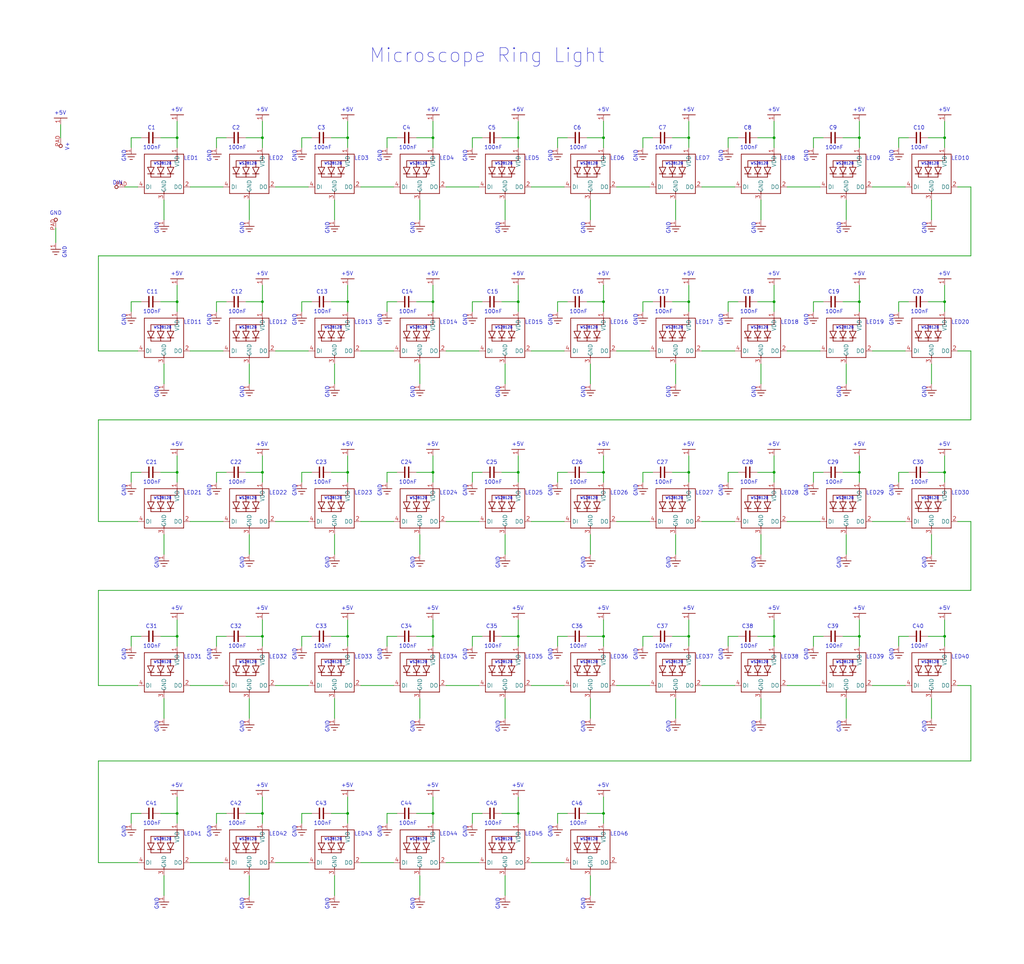
<source format=kicad_sch>
(kicad_sch (version 20250114) (generator "eeschema") (generator_version "9.0")
  (paper "User" 396.494 373.253)
  (text "+5V" (at 330.2 236.474 0) (effects (font (size 1.48 1.48)) (justify left bottom)))
  (text "GND" (at 247.015 62.744 90) (effects (font (size 1.48 1.48)) (justify left bottom)))
  (text "100nF" (at 121.412 249.428 0) (effects (font (size 1.48 1.48)) (justify left top)))
  (text "GND" (at 346.075 255.784 90) (effects (font (size 1.48 1.48)) (justify left bottom)))
  (text "LED11" (at 71.12 125.73 0) (effects (font (size 1.48 1.48)) (justify left bottom)))
  (text "WS2812B" (at 59.436 257.048 0) (effects (font (size 0.987 0.987)) (justify left bottom)))
  (text "WS2812B" (at 356.616 257.048 0) (effects (font (size 0.987 0.987)) (justify left bottom)))
  (text "+5V" (at 165.1 236.474 0) (effects (font (size 1.48 1.48)) (justify left bottom)))
  (text "WS2812B" (at 125.476 193.548 0) (effects (font (size 0.987 0.987)) (justify left bottom)))
  (text "LED12" (at 104.14 125.73 0) (effects (font (size 1.48 1.48)) (justify left bottom)))
  (text "GND" (at 313.055 126.244 90) (effects (font (size 1.48 1.48)) (justify left bottom)))
  (text "GND" (at 61.595 220.224 90) (effects (font (size 1.48 1.48)) (justify left bottom)))
  (text "+5V" (at 198.12 43.434 0) (effects (font (size 1.48 1.48)) (justify left bottom)))
  (text "+5V" (at 20.955 44.704 0) (effects (font (size 1.48 1.48)) (justify left bottom)))
  (text "+5V" (at 198.12 236.474 0) (effects (font (size 1.48 1.48)) (justify left bottom)))
  (text "100nF" (at 55.372 185.928 0) (effects (font (size 1.48 1.48)) (justify left top)))
  (text "C2" (at 89.828 50.473 0) (effects (font (size 1.48 1.48)) (justify left bottom)))
  (text "LED43" (at 137.16 323.85 0) (effects (font (size 1.48 1.48)) (justify left bottom)))
  (text "100nF" (at 154.432 56.388 0) (effects (font (size 1.48 1.48)) (justify left top)))
  (text "GND" (at 193.675 283.724 90) (effects (font (size 1.48 1.48)) (justify left bottom)))
  (text "C15" (at 188.47 113.973 0) (effects (font (size 1.48 1.48)) (justify left bottom)))
  (text "DIN" (at 43.594 71.755 0) (effects (font (size 1.48 1.48)) (justify left bottom)))
  (text "100nF" (at 187.452 119.888 0) (effects (font (size 1.48 1.48)) (justify left top)))
  (text "+5V" (at 330.2 172.974 0) (effects (font (size 1.48 1.48)) (justify left bottom)))
  (text "+5V" (at 66.04 43.434 0) (effects (font (size 1.48 1.48)) (justify left bottom)))
  (text "WS2812B" (at 290.576 257.048 0) (effects (font (size 0.987 0.987)) (justify left bottom)))
  (text "GND" (at 48.895 324.364 90) (effects (font (size 1.48 1.48)) (justify left bottom)))
  (text "+5V" (at 132.08 172.974 0) (effects (font (size 1.48 1.48)) (justify left bottom)))
  (text "C13" (at 122.43 113.973 0) (effects (font (size 1.48 1.48)) (justify left bottom)))
  (text "GND" (at 48.895 126.244 90) (effects (font (size 1.48 1.48)) (justify left bottom)))
  (text "+5V" (at 132.08 43.434 0) (effects (font (size 1.48 1.48)) (justify left bottom)))
  (text "C36" (at 221.199 243.513 0) (effects (font (size 1.48 1.48)) (justify left bottom)))
  (text "WS2812B" (at 92.456 193.548 0) (effects (font (size 0.987 0.987)) (justify left bottom)))
  (text "GND" (at 358.775 220.224 90) (effects (font (size 1.48 1.48)) (justify left bottom)))
  (text "LED44" (at 170.18 323.85 0) (effects (font (size 1.48 1.48)) (justify left bottom)))
  (text "LED41" (at 71.12 323.85 0) (effects (font (size 1.48 1.48)) (justify left bottom)))
  (text "100nF" (at 319.532 185.928 0) (effects (font (size 1.48 1.48)) (justify left top)))
  (text "100nF" (at 88.392 185.928 0) (effects (font (size 1.48 1.48)) (justify left top)))
  (text "LED33" (at 137.16 255.27 0) (effects (font (size 1.48 1.48)) (justify left bottom)))
  (text "WS2812B" (at 224.536 257.048 0) (effects (font (size 0.987 0.987)) (justify left bottom)))
  (text "WS2812B" (at 257.556 193.548 0) (effects (font (size 0.987 0.987)) (justify left bottom)))
  (text "C30" (at 353.242 180.013 0) (effects (font (size 1.48 1.48)) (justify left bottom)))
  (text "+5V" (at 165.1 305.054 0) (effects (font (size 1.48 1.48)) (justify left bottom)))
  (text "WS2812B" (at 158.496 127.508 0) (effects (font (size 0.987 0.987)) (justify left bottom)))
  (text "+5V" (at 330.2 43.434 0) (effects (font (size 1.48 1.48)) (justify left bottom)))
  (text "+5V" (at 132.08 106.934 0) (effects (font (size 1.48 1.48)) (justify left bottom)))
  (text "+5V" (at 363.22 236.474 0) (effects (font (size 1.48 1.48)) (justify left bottom)))
  (text "+5V" (at 330.2 106.934 0) (effects (font (size 1.48 1.48)) (justify left bottom)))
  (text "C1" (at 57.135 50.473 0) (effects (font (size 1.48 1.48)) (justify left bottom)))
  (text "LED22" (at 104.14 191.77 0) (effects (font (size 1.48 1.48)) (justify left bottom)))
  (text "LED2" (at 104.14 62.23 0) (effects (font (size 1.48 1.48)) (justify left bottom)))
  (text "+5V" (at 264.16 43.434 0) (effects (font (size 1.48 1.48)) (justify left bottom)))
  (text "LED20" (at 368.3 125.73 0) (effects (font (size 1.48 1.48)) (justify left bottom)))
  (text "WS2812B" (at 125.476 64.008 0) (effects (font (size 0.987 0.987)) (justify left bottom)))
  (text "LED46" (at 236.22 323.85 0) (effects (font (size 1.48 1.48)) (justify left bottom)))
  (text "C29" (at 320.258 180.013 0) (effects (font (size 1.48 1.48)) (justify left bottom)))
  (text "C12" (at 89.41 113.973 0) (effects (font (size 1.48 1.48)) (justify left bottom)))
  (text "LED35" (at 203.2 255.27 0) (effects (font (size 1.48 1.48)) (justify left bottom)))
  (text "+5V" (at 231.14 43.434 0) (effects (font (size 1.48 1.48)) (justify left bottom)))
  (text "100nF" (at 88.392 318.008 0) (effects (font (size 1.48 1.48)) (justify left top)))
  (text "100nF" (at 55.372 119.888 0) (effects (font (size 1.48 1.48)) (justify left top)))
  (text "GND" (at 94.615 352.304 90) (effects (font (size 1.48 1.48)) (justify left bottom)))
  (text "100nF" (at 88.392 119.888 0) (effects (font (size 1.48 1.48)) (justify left top)))
  (text "C32" (at 89.082 243.513 0) (effects (font (size 1.48 1.48)) (justify left bottom)))
  (text "100nF" (at 319.532 56.388 0) (effects (font (size 1.48 1.48)) (justify left top)))
  (text "LED40" (at 368.3 255.27 0) (effects (font (size 1.48 1.48)) (justify left bottom)))
  (text "GND" (at 313.055 192.284 90) (effects (font (size 1.48 1.48)) (justify left bottom)))
  (text "GND" (at 48.895 62.744 90) (effects (font (size 1.48 1.48)) (justify left bottom)))
  (text "+5V" (at 99.06 106.934 0) (effects (font (size 1.48 1.48)) (justify left bottom)))
  (text "WS2812B" (at 290.576 127.508 0) (effects (font (size 0.987 0.987)) (justify left bottom)))
  (text "GND" (at 127.635 220.224 90) (effects (font (size 1.48 1.48)) (justify left bottom)))
  (text "100nF" (at 88.392 56.388 0) (effects (font (size 1.48 1.48)) (justify left top)))
  (text "GND" (at 346.075 192.284 90) (effects (font (size 1.48 1.48)) (justify left bottom)))
  (text "100nF" (at 187.452 249.428 0) (effects (font (size 1.48 1.48)) (justify left top)))
  (text "100nF" (at 220.472 185.928 0) (effects (font (size 1.48 1.48)) (justify left top)))
  (text "100nF" (at 286.512 119.888 0) (effects (font (size 1.48 1.48)) (justify left top)))
  (text "GND" (at 25.908 100.076 90) (effects (font (size 1.48 1.48)) (justify left bottom)))
  (text "100nF" (at 352.552 56.388 0) (effects (font (size 1.48 1.48)) (justify left top)))
  (text "C25" (at 188.142 180.013 0) (effects (font (size 1.48 1.48)) (justify left bottom)))
  (text "GND" (at 313.055 255.784 90) (effects (font (size 1.48 1.48)) (justify left bottom)))
  (text "GND" (at 147.955 255.784 90) (effects (font (size 1.48 1.48)) (justify left bottom)))
  (text "WS2812B" (at 323.596 127.508 0) (effects (font (size 0.987 0.987)) (justify left bottom)))
  (text "GND" (at 226.695 90.684 90) (effects (font (size 1.48 1.48)) (justify left bottom)))
  (text "100nF" (at 220.472 119.888 0) (effects (font (size 1.48 1.48)) (justify left top)))
  (text "+5V" (at 231.14 305.054 0) (effects (font (size 1.48 1.48)) (justify left bottom)))
  (text "+5V" (at 231.14 172.974 0) (effects (font (size 1.48 1.48)) (justify left bottom)))
  (text "GND" (at 127.635 352.304 90) (effects (font (size 1.48 1.48)) (justify left bottom)))
  (text "C44" (at 155.049 312.093 0) (effects (font (size 1.48 1.48)) (justify left bottom)))
  (text "GND" (at 226.695 220.224 90) (effects (font (size 1.48 1.48)) (justify left bottom)))
  (text "+5V" (at 132.08 236.474 0) (effects (font (size 1.48 1.48)) (justify left bottom)))
  (text "WS2812B" (at 59.436 127.508 0) (effects (font (size 0.987 0.987)) (justify left bottom)))
  (text "LED16" (at 236.22 125.73 0) (effects (font (size 1.48 1.48)) (justify left bottom)))
  (text "100nF" (at 220.472 318.008 0) (effects (font (size 1.48 1.48)) (justify left top)))
  (text "100nF" (at 187.452 318.008 0) (effects (font (size 1.48 1.48)) (justify left top)))
  (text "GND" (at 94.615 90.684 90) (effects (font (size 1.48 1.48)) (justify left bottom)))
  (text "GND" (at 114.935 324.364 90) (effects (font (size 1.48 1.48)) (justify left bottom)))
  (text "LED19" (at 335.28 125.73 0) (effects (font (size 1.48 1.48)) (justify left bottom)))
  (text "WS2812B" (at 125.476 127.508 0) (effects (font (size 0.987 0.987)) (justify left bottom)))
  (text "GND" (at 180.975 255.784 90) (effects (font (size 1.48 1.48)) (justify left bottom)))
  (text "GND" (at 226.695 283.724 90) (effects (font (size 1.48 1.48)) (justify left bottom)))
  (text "GND" (at 247.015 126.244 90) (effects (font (size 1.48 1.48)) (justify left bottom)))
  (text "100nF" (at 253.492 119.888 0) (effects (font (size 1.48 1.48)) (justify left top)))
  (text "GND" (at 19.232 83.499 0) (effects (font (size 1.48 1.48)) (justify left bottom)))
  (text "+5V" (at 264.16 236.474 0) (effects (font (size 1.48 1.48)) (justify left bottom)))
  (text "WS2812B" (at 191.516 325.628 0) (effects (font (size 0.987 0.987)) (justify left bottom)))
  (text "+5V" (at 231.14 236.474 0) (effects (font (size 1.48 1.48)) (justify left bottom)))
  (text "+5V" (at 231.14 106.934 0) (effects (font (size 1.48 1.48)) (justify left bottom)))
  (text "+5V" (at 99.06 43.434 0) (effects (font (size 1.48 1.48)) (justify left bottom)))
  (text "GND" (at 358.775 90.684 90) (effects (font (size 1.48 1.48)) (justify left bottom)))
  (text "GND" (at 358.775 283.724 90) (effects (font (size 1.48 1.48)) (justify left bottom)))
  (text "100nF" (at 352.552 119.888 0) (effects (font (size 1.48 1.48)) (justify left top)))
  (text "C5" (at 188.888 50.473 0) (effects (font (size 1.48 1.48)) (justify left bottom)))
  (text "C11" (at 56.717 113.973 0) (effects (font (size 1.48 1.48)) (justify left bottom)))
  (text "LED42" (at 104.14 323.85 0) (effects (font (size 1.48 1.48)) (justify left bottom)))
  (text "100nF" (at 187.452 56.388 0) (effects (font (size 1.48 1.48)) (justify left top)))
  (text "+5V" (at 363.22 172.974 0) (effects (font (size 1.48 1.48)) (justify left bottom)))
  (text "+5V" (at 297.18 43.434 0) (effects (font (size 1.48 1.48)) (justify left bottom)))
  (text "WS2812B" (at 92.456 127.508 0) (effects (font (size 0.987 0.987)) (justify left bottom)))
  (text "GND" (at 160.655 352.304 90) (effects (font (size 1.48 1.48)) (justify left bottom)))
  (text "LED30" (at 368.3 191.77 0) (effects (font (size 1.48 1.48)) (justify left bottom)))
  (text "GND" (at 280.035 255.784 90) (effects (font (size 1.48 1.48)) (justify left bottom)))
  (text "GND" (at 160.655 220.224 90) (effects (font (size 1.48 1.48)) (justify left bottom)))
  (text "GND" (at 127.635 154.184 90) (effects (font (size 1.48 1.48)) (justify left bottom)))
  (text "GND" (at 114.935 62.744 90) (effects (font (size 1.48 1.48)) (justify left bottom)))
  (text "100nF" (at 55.372 56.388 0) (effects (font (size 1.48 1.48)) (justify left top)))
  (text "100nF" (at 253.492 56.388 0) (effects (font (size 1.48 1.48)) (justify left top)))
  (text "100nF" (at 187.452 185.928 0) (effects (font (size 1.48 1.48)) (justify left top)))
  (text "+5V" (at 198.12 305.054 0) (effects (font (size 1.48 1.48)) (justify left bottom)))
  (text "+5V" (at 297.18 236.474 0) (effects (font (size 1.48 1.48)) (justify left bottom)))
  (text "GND" (at 358.775 154.184 90) (effects (font (size 1.48 1.48)) (justify left bottom)))
  (text "LED21" (at 71.12 191.77 0) (effects (font (size 1.48 1.48)) (justify left bottom)))
  (text "GND" (at 247.015 255.784 90) (effects (font (size 1.48 1.48)) (justify left bottom)))
  (text "C42" (at 89.046 312.093 0) (effects (font (size 1.48 1.48)) (justify left bottom)))
  (text "GND" (at 292.735 283.724 90) (effects (font (size 1.48 1.48)) (justify left bottom)))
  (text "WS2812B" (at 191.516 127.508 0) (effects (font (size 0.987 0.987)) (justify left bottom)))
  (text "WS2812B" (at 59.436 325.628 0) (effects (font (size 0.987 0.987)) (justify left bottom)))
  (text "WS2812B" (at 92.456 325.628 0) (effects (font (size 0.987 0.987)) (justify left bottom)))
  (text "LED1" (at 71.12 62.23 0) (effects (font (size 1.48 1.48)) (justify left bottom)))
  (text "LED9" (at 335.28 62.23 0) (effects (font (size 1.48 1.48)) (justify left bottom)))
  (text "GND" (at 325.755 154.184 90) (effects (font (size 1.48 1.48)) (justify left bottom)))
  (text "LED37" (at 269.24 255.27 0) (effects (font (size 1.48 1.48)) (justify left bottom)))
  (text "+5V" (at 297.18 172.974 0) (effects (font (size 1.48 1.48)) (justify left bottom)))
  (text "GND" (at 259.715 154.184 90) (effects (font (size 1.48 1.48)) (justify left bottom)))
  (text "C7" (at 254.928 50.473 0) (effects (font (size 1.48 1.48)) (justify left bottom)))
  (text "GND" (at 292.735 154.184 90) (effects (font (size 1.48 1.48)) (justify left bottom)))
  (text "+5V" (at 198.12 172.974 0) (effects (font (size 1.48 1.48)) (justify left bottom)))
  (text "GND" (at 147.955 324.364 90) (effects (font (size 1.48 1.48)) (justify left bottom)))
  (text "LED3" (at 137.16 62.23 0) (effects (font (size 1.48 1.48)) (justify left bottom)))
  (text "GND" (at 114.935 126.244 90) (effects (font (size 1.48 1.48)) (justify left bottom)))
  (text "WS2812B" (at 323.596 193.548 0) (effects (font (size 0.987 0.987)) (justify left bottom)))
  (text "WS2812B" (at 125.476 325.628 0) (effects (font (size 0.987 0.987)) (justify left bottom)))
  (text "GND" (at 247.015 192.284 90) (effects (font (size 1.48 1.48)) (justify left bottom)))
  (text "C6" (at 221.945 50.473 0) (effects (font (size 1.48 1.48)) (justify left bottom)))
  (text "100nF" (at 220.472 249.428 0) (effects (font (size 1.48 1.48)) (justify left top)))
  (text "C34" (at 155.086 243.513 0) (effects (font (size 1.48 1.48)) (justify left bottom)))
  (text "LED18" (at 302.26 125.73 0) (effects (font (size 1.48 1.48)) (justify left bottom)))
  (text "+5V" (at 66.04 236.474 0) (effects (font (size 1.48 1.48)) (justify left bottom)))
  (text "100nF" (at 253.492 249.428 0) (effects (font (size 1.48 1.48)) (justify left top)))
  (text "C19" (at 320.586 113.973 0) (effects (font (size 1.48 1.48)) (justify left bottom)))
  (text "C28" (at 287.203 180.013 0) (effects (font (size 1.48 1.48)) (justify left bottom)))
  (text "GND" (at 160.655 283.724 90) (effects (font (size 1.48 1.48)) (justify left bottom)))
  (text "GND" (at 61.595 283.724 90) (effects (font (size 1.48 1.48)) (justify left bottom)))
  (text "+5V" (at 264.16 106.934 0) (effects (font (size 1.48 1.48)) (justify left bottom)))
  (text "LED15" (at 203.2 125.73 0) (effects (font (size 1.48 1.48)) (justify left bottom)))
  (text "C35" (at 188.142 243.513 0) (effects (font (size 1.48 1.48)) (justify left bottom)))
  (text "100nF" (at 154.432 249.428 0) (effects (font (size 1.48 1.48)) (justify left top)))
  (text "GND" (at 325.755 220.224 90) (effects (font (size 1.48 1.48)) (justify left bottom)))
  (text "GND" (at 213.995 255.784 90) (effects (font (size 1.48 1.48)) (justify left bottom)))
  (text "+5V" (at 132.08 305.054 0) (effects (font (size 1.48 1.48)) (justify left bottom)))
  (text "C43" (at 122.066 312.093 0) (effects (font (size 1.48 1.48)) (justify left bottom)))
  (text "WS2812B" (at 158.496 64.008 0) (effects (font (size 0.987 0.987)) (justify left bottom)))
  (text "GND" (at 280.035 62.744 90) (effects (font (size 1.48 1.48)) (justify left bottom)))
  (text "C33" (at 122.102 243.513 0) (effects (font (size 1.48 1.48)) (justify left bottom)))
  (text "100nF" (at 319.532 249.428 0) (effects (font (size 1.48 1.48)) (justify left top)))
  (text "LED27" (at 269.24 191.77 0) (effects (font (size 1.48 1.48)) (justify left bottom)))
  (text "LED25" (at 203.2 191.77 0) (effects (font (size 1.48 1.48)) (justify left bottom)))
  (text "GND" (at 61.595 90.684 90) (effects (font (size 1.48 1.48)) (justify left bottom)))
  (text "C8" (at 287.948 50.473 0) (effects (font (size 1.48 1.48)) (justify left bottom)))
  (text "100nF" (at 154.432 119.888 0) (effects (font (size 1.48 1.48)) (justify left top)))
  (text "GND" (at 81.915 62.744 90) (effects (font (size 1.48 1.48)) (justify left bottom)))
  (text "LED5" (at 203.2 62.23 0) (effects (font (size 1.48 1.48)) (justify left bottom)))
  (text "LED34" (at 170.18 255.27 0) (effects (font (size 1.48 1.48)) (justify left bottom)))
  (text "GND" (at 81.915 324.364 90) (effects (font (size 1.48 1.48)) (justify left bottom)))
  (text "GND" (at 160.655 154.184 90) (effects (font (size 1.48 1.48)) (justify left bottom)))
  (text "WS2812B" (at 158.496 325.628 0) (effects (font (size 0.987 0.987)) (justify left bottom)))
  (text "WS2812B" (at 257.556 257.048 0) (effects (font (size 0.987 0.987)) (justify left bottom)))
  (text "WS2812B" (at 125.476 257.048 0) (effects (font (size 0.987 0.987)) (justify left bottom)))
  (text "+5V" (at 66.04 305.054 0) (effects (font (size 1.48 1.48)) (justify left bottom)))
  (text "GND" (at 127.635 90.684 90) (effects (font (size 1.48 1.48)) (justify left bottom)))
  (text "WS2812B" (at 224.536 193.548 0) (effects (font (size 0.987 0.987)) (justify left bottom)))
  (text "GND" (at 48.895 255.784 90) (effects (font (size 1.48 1.48)) (justify left bottom)))
  (text "GND" (at 226.695 352.304 90) (effects (font (size 1.48 1.48)) (justify left bottom)))
  (text "100nF" (at 88.392 249.428 0) (effects (font (size 1.48 1.48)) (justify left top)))
  (text "GND" (at 147.955 62.744 90) (effects (font (size 1.48 1.48)) (justify left bottom)))
  (text "GND" (at 81.915 192.284 90) (effects (font (size 1.48 1.48)) (justify left bottom)))
  (text "WS2812B" (at 356.616 127.508 0) (effects (font (size 0.987 0.987)) (justify left bottom)))
  (text "LED14" (at 170.18 125.73 0) (effects (font (size 1.48 1.48)) (justify left bottom)))
  (text "+5V" (at 165.1 106.934 0) (effects (font (size 1.48 1.48)) (justify left bottom)))
  (text "WS2812B" (at 290.576 193.548 0) (effects (font (size 0.987 0.987)) (justify left bottom)))
  (text "WS2812B" (at 224.536 64.008 0) (effects (font (size 0.987 0.987)) (justify left bottom)))
  (text "GND" (at 114.935 192.284 90) (effects (font (size 1.48 1.48)) (justify left bottom)))
  (text "GND" (at 48.895 192.284 90) (effects (font (size 1.48 1.48)) (justify left bottom)))
  (text "LED6" (at 236.22 62.23 0) (effects (font (size 1.48 1.48)) (justify left bottom)))
  (text "+5V" (at 198.12 106.934 0) (effects (font (size 1.48 1.48)) (justify left bottom)))
  (text "C38" (at 287.203 243.513 0) (effects (font (size 1.48 1.48)) (justify left bottom)))
  (text "GND" (at 94.615 220.224 90) (effects (font (size 1.48 1.48)) (justify left bottom)))
  (text "C31" (at 56.39 243.513 0) (effects (font (size 1.48 1.48)) (justify left bottom)))
  (text "+5V" (at 363.22 106.934 0) (effects (font (size 1.48 1.48)) (justify left bottom)))
  (text "GND" (at 114.935 255.784 90) (effects (font (size 1.48 1.48)) (justify left bottom)))
  (text "100nF" (at 286.512 249.428 0) (effects (font (size 1.48 1.48)) (justify left top)))
  (text "100nF" (at 55.372 318.008 0) (effects (font (size 1.48 1.48)) (justify left top)))
  (text "GND" (at 94.615 283.724 90) (effects (font (size 1.48 1.48)) (justify left bottom)))
  (text "WS2812B" (at 191.516 193.548 0) (effects (font (size 0.987 0.987)) (justify left bottom)))
  (text "C3" (at 122.848 50.473 0) (effects (font (size 1.48 1.48)) (justify left bottom)))
  (text "100nF" (at 121.412 119.888 0) (effects (font (size 1.48 1.48)) (justify left top)))
  (text "GND" (at 226.695 154.184 90) (effects (font (size 1.48 1.48)) (justify left bottom)))
  (text "100nF" (at 154.432 318.008 0) (effects (font (size 1.48 1.48)) (justify left top)))
  (text "C37" (at 254.182 243.513 0) (effects (font (size 1.48 1.48)) (justify left bottom)))
  (text "+5V" (at 99.06 236.474 0) (effects (font (size 1.48 1.48)) (justify left bottom)))
  (text "GND" (at 193.675 154.184 90) (effects (font (size 1.48 1.48)) (justify left bottom)))
  (text "C39" (at 320.258 243.513 0) (effects (font (size 1.48 1.48)) (justify left bottom)))
  (text "LED10" (at 368.3 62.23 0) (effects (font (size 1.48 1.48)) (justify left bottom)))
  (text "GND" (at 346.075 62.744 90) (effects (font (size 1.48 1.48)) (justify left bottom)))
  (text "LED13" (at 137.16 125.73 0) (effects (font (size 1.48 1.48)) (justify left bottom)))
  (text "C9" (at 321.004 50.473 0) (effects (font (size 1.48 1.48)) (justify left bottom)))
  (text "+5V" (at 66.04 106.934 0) (effects (font (size 1.48 1.48)) (justify left bottom)))
  (text "GND" (at 61.595 352.304 90) (effects (font (size 1.48 1.48)) (justify left bottom)))
  (text "100nF" (at 55.372 249.428 0) (effects (font (size 1.48 1.48)) (justify left top)))
  (text "GND" (at 325.755 90.684 90) (effects (font (size 1.48 1.48)) (justify left bottom)))
  (text "GND" (at 81.915 126.244 90) (effects (font (size 1.48 1.48)) (justify left bottom)))
  (text "C46" (at 221.163 312.093 0) (effects (font (size 1.48 1.48)) (justify left bottom)))
  (text "LED29" (at 335.28 191.77 0) (effects (font (size 1.48 1.48)) (justify left bottom)))
  (text "GND" (at 313.055 62.744 90) (effects (font (size 1.48 1.48)) (justify left bottom)))
  (text "WS2812B" (at 323.596 64.008 0) (effects (font (size 0.987 0.987)) (justify left bottom)))
  (text "WS2812B" (at 257.556 127.508 0) (effects (font (size 0.987 0.987)) (justify left bottom)))
  (text "LED17" (at 269.24 125.73 0) (effects (font (size 1.48 1.48)) (justify left bottom)))
  (text "WS2812B" (at 356.616 64.008 0) (effects (font (size 0.987 0.987)) (justify left bottom)))
  (text "GND" (at 147.955 126.244 90) (effects (font (size 1.48 1.48)) (justify left bottom)))
  (text "WS2812B" (at 290.576 64.008 0) (effects (font (size 0.987 0.987)) (justify left bottom)))
  (text "100nF" (at 352.552 249.428 0) (effects (font (size 1.48 1.48)) (justify left top)))
  (text "+5V" (at 99.06 305.054 0) (effects (font (size 1.48 1.48)) (justify left bottom)))
  (text "100nF" (at 121.412 185.928 0) (effects (font (size 1.48 1.48)) (justify left top)))
  (text "GND" (at 259.715 283.724 90) (effects (font (size 1.48 1.48)) (justify left bottom)))
  (text "+5V" (at 264.16 172.974 0) (effects (font (size 1.48 1.48)) (justify left bottom)))
  (text "GND" (at 346.075 126.244 90) (effects (font (size 1.48 1.48)) (justify left bottom)))
  (text "GND" (at 127.635 283.724 90) (effects (font (size 1.48 1.48)) (justify left bottom)))
  (text "LED32" (at 104.14 255.27 0) (effects (font (size 1.48 1.48)) (justify left bottom)))
  (text "100nF" (at 220.472 56.388 0) (effects (font (size 1.48 1.48)) (justify left top)))
  (text "GND" (at 193.675 220.224 90) (effects (font (size 1.48 1.48)) (justify left bottom)))
  (text "GND" (at 325.755 283.724 90) (effects (font (size 1.48 1.48)) (justify left bottom)))
  (text "C18" (at 287.53 113.973 0) (effects (font (size 1.48 1.48)) (justify left bottom)))
  (text "LED23" (at 137.16 191.77 0) (effects (font (size 1.48 1.48)) (justify left bottom)))
  (text "C20" (at 353.242 113.973 0) (effects (font (size 1.48 1.48)) (justify left bottom)))
  (text "C24" (at 155.086 180.013 0) (effects (font (size 1.48 1.48)) (justify left bottom)))
  (text "100nF" (at 286.512 185.928 0) (effects (font (size 1.48 1.48)) (justify left top)))
  (text "100nF" (at 352.552 185.928 0) (effects (font (size 1.48 1.48)) (justify left top)))
  (text "LED39" (at 335.28 255.27 0) (effects (font (size 1.48 1.48)) (justify left bottom)))
  (text "LED31" (at 71.12 255.27 0) (effects (font (size 1.48 1.48)) (justify left bottom)))
  (text "C40" (at 353.206 243.513 0) (effects (font (size 1.48 1.48)) (justify left bottom)))
  (text "C16" (at 221.527 113.973 0) (effects (font (size 1.48 1.48)) (justify left bottom)))
  (text "WS2812B" (at 191.516 257.048 0) (effects (font (size 0.987 0.987)) (justify left bottom)))
  (text "GND" (at 280.035 192.284 90) (effects (font (size 1.48 1.48)) (justify left bottom)))
  (text "GND" (at 81.915 255.784 90) (effects (font (size 1.48 1.48)) (justify left bottom)))
  (text "V+" (at 26.924 58.42 90) (effects (font (size 1.48 1.48)) (justify left bottom)))
  (text "C22" (at 89.082 180.013 0) (effects (font (size 1.48 1.48)) (justify left bottom)))
  (text "WS2812B" (at 158.496 257.048 0) (effects (font (size 0.987 0.987)) (justify left bottom)))
  (text "GND" (at 180.975 126.244 90) (effects (font (size 1.48 1.48)) (justify left bottom)))
  (text "100nF" (at 121.412 56.388 0) (effects (font (size 1.48 1.48)) (justify left top)))
  (text "C10" (at 353.57 50.473 0) (effects (font (size 1.48 1.48)) (justify left bottom)))
  (text "LED24" (at 170.18 191.77 0) (effects (font (size 1.48 1.48)) (justify left bottom)))
  (text "WS2812B" (at 191.516 64.008 0) (effects (font (size 0.987 0.987)) (justify left bottom)))
  (text "+5V" (at 66.04 172.974 0) (effects (font (size 1.48 1.48)) (justify left bottom)))
  (text "C27" (at 254.182 180.013 0) (effects (font (size 1.48 1.48)) (justify left bottom)))
  (text "C23" (at 122.102 180.013 0) (effects (font (size 1.48 1.48)) (justify left bottom)))
  (text "GND" (at 280.035 126.244 90) (effects (font (size 1.48 1.48)) (justify left bottom)))
  (text "GND" (at 180.975 324.364 90) (effects (font (size 1.48 1.48)) (justify left bottom)))
  (text "LED38" (at 302.26 255.27 0) (effects (font (size 1.48 1.48)) (justify left bottom)))
  (text "GND" (at 94.615 154.184 90) (effects (font (size 1.48 1.48)) (justify left bottom)))
  (text "GND" (at 180.975 192.284 90) (effects (font (size 1.48 1.48)) (justify left bottom)))
  (text "100nF" (at 121.412 318.008 0) (effects (font (size 1.48 1.48)) (justify left top)))
  (text "WS2812B" (at 257.556 64.008 0) (effects (font (size 0.987 0.987)) (justify left bottom)))
  (text "Microscope Ring Light" (at 142.875 18.415 0) (effects (font (size 5.427 5.427)) (justify left top)))
  (text "GND" (at 147.955 192.284 90) (effects (font (size 1.48 1.48)) (justify left bottom)))
  (text "LED45" (at 203.2 323.85 0) (effects (font (size 1.48 1.48)) (justify left bottom)))
  (text "WS2812B" (at 356.616 193.548 0) (effects (font (size 0.987 0.987)) (justify left bottom)))
  (text "+5V" (at 297.18 106.934 0) (effects (font (size 1.48 1.48)) (justify left bottom)))
  (text "GND" (at 292.735 220.224 90) (effects (font (size 1.48 1.48)) (justify left bottom)))
  (text "GND" (at 180.975 62.744 90) (effects (font (size 1.48 1.48)) (justify left bottom)))
  (text "100nF" (at 253.492 185.928 0) (effects (font (size 1.48 1.48)) (justify left top)))
  (text "100nF" (at 286.512 56.388 0) (effects (font (size 1.48 1.48)) (justify left top)))
  (text "+5V" (at 165.1 172.974 0) (effects (font (size 1.48 1.48)) (justify left bottom)))
  (text "GND" (at 213.995 126.244 90) (effects (font (size 1.48 1.48)) (justify left bottom)))
  (text "+5V" (at 363.22 43.434 0) (effects (font (size 1.48 1.48)) (justify left bottom)))
  (text "+5V" (at 99.06 172.974 0) (effects (font (size 1.48 1.48)) (justify left bottom)))
  (text "WS2812B" (at 224.536 325.628 0) (effects (font (size 0.987 0.987)) (justify left bottom)))
  (text "GND" (at 213.995 192.284 90) (effects (font (size 1.48 1.48)) (justify left bottom)))
  (text "GND" (at 292.735 90.684 90) (effects (font (size 1.48 1.48)) (justify left bottom)))
  (text "LED28" (at 302.26 191.77 0) (effects (font (size 1.48 1.48)) (justify left bottom)))
  (text "100nF" (at 154.432 185.928 0) (effects (font (size 1.48 1.48)) (justify left top)))
  (text "GND" (at 193.675 90.684 90) (effects (font (size 1.48 1.48)) (justify left bottom)))
  (text "GND" (at 213.995 62.744 90) (effects (font (size 1.48 1.48)) (justify left bottom)))
  (text "C26" (at 221.199 180.013 0) (effects (font (size 1.48 1.48)) (justify left bottom)))
  (text "LED7" (at 269.24 62.23 0) (effects (font (size 1.48 1.48)) (justify left bottom)))
  (text "GND" (at 259.715 220.224 90) (effects (font (size 1.48 1.48)) (justify left bottom)))
  (text "GND" (at 61.595 154.184 90) (effects (font (size 1.48 1.48)) (justify left bottom)))
  (text "GND" (at 259.715 90.684 90) (effects (font (size 1.48 1.48)) (justify left bottom)))
  (text "WS2812B" (at 224.536 127.508 0) (effects (font (size 0.987 0.987)) (justify left bottom)))
  (text "WS2812B" (at 59.436 64.008 0) (effects (font (size 0.987 0.987)) (justify left bottom)))
  (text "C21" (at 56.39 180.013 0) (effects (font (size 1.48 1.48)) (justify left bottom)))
  (text "LED8" (at 302.26 62.23 0) (effects (font (size 1.48 1.48)) (justify left bottom)))
  (text "GND" (at 193.675 352.304 90) (effects (font (size 1.48 1.48)) (justify left bottom)))
  (text "+5V" (at 165.1 43.434 0) (effects (font (size 1.48 1.48)) (justify left bottom)))
  (text "GND" (at 213.995 324.364 90) (effects (font (size 1.48 1.48)) (justify left bottom)))
  (text "C4" (at 155.831 50.473 0) (effects (font (size 1.48 1.48)) (justify left bottom)))
  (text "WS2812B" (at 323.596 257.048 0) (effects (font (size 0.987 0.987)) (justify left bottom)))
  (text "WS2812B" (at 158.496 193.548 0) (effects (font (size 0.987 0.987)) (justify left bottom)))
  (text "C17" (at 254.51 113.973 0) (effects (font (size 1.48 1.48)) (justify left bottom)))
  (text "WS2812B" (at 59.436 193.548 0) (effects (font (size 0.987 0.987)) (justify left bottom)))
  (text "GND" (at 160.655 90.684 90) (effects (font (size 1.48 1.48)) (justify left bottom)))
  (text "WS2812B" (at 92.456 64.008 0) (effects (font (size 0.987 0.987)) (justify left bottom)))
  (text "LED36" (at 236.22 255.27 0) (effects (font (size 1.48 1.48)) (justify left bottom)))
  (text "LED4" (at 170.18 62.23 0) (effects (font (size 1.48 1.48)) (justify left bottom)))
  (text "100nF" (at 319.532 119.888 0) (effects (font (size 1.48 1.48)) (justify left top)))
  (text "LED26" (at 236.22 191.77 0) (effects (font (size 1.48 1.48)) (justify left bottom)))
  (text "C14" (at 155.413 113.973 0) (effects (font (size 1.48 1.48)) (justify left bottom)))
  (text "C45" (at 188.106 312.093 0) (effects (font (size 1.48 1.48)) (justify left bottom)))
  (text "WS2812B" (at 92.456 257.048 0) (effects (font (size 0.987 0.987)) (justify left bottom)))
  (text "C41" (at 56.353 312.093 0) (effects (font (size 1.48 1.48)) (justify left bottom)))
  (junction (at 266.7 116.84))
  (junction (at 200.66 53.34))
  (junction (at 332.74 246.38))
  (junction (at 134.62 182.88))
  (junction (at 233.68 314.96))
  (junction (at 167.64 116.84))
  (junction (at 200.66 116.84))
  (junction (at 134.62 314.96))
  (junction (at 266.7 182.88))
  (junction (at 332.74 182.88))
  (junction (at 332.74 116.84))
  (junction (at 134.62 246.38))
  (junction (at 299.72 116.84))
  (junction (at 167.64 314.96))
  (junction (at 200.66 182.88))
  (junction (at 365.76 53.34))
  (junction (at 266.7 246.38))
  (junction (at 266.7 53.34))
  (junction (at 332.74 53.34))
  (junction (at 101.6 246.38))
  (junction (at 233.68 182.88))
  (junction (at 68.58 314.96))
  (junction (at 68.58 53.34))
  (junction (at 101.6 182.88))
  (junction (at 365.76 116.84))
  (junction (at 68.58 182.88))
  (junction (at 299.72 246.38))
  (junction (at 200.66 314.96))
  (junction (at 167.64 246.38))
  (junction (at 299.72 53.34))
  (junction (at 233.68 246.38))
  (junction (at 101.6 314.96))
  (junction (at 68.58 116.84))
  (junction (at 167.64 53.34))
  (junction (at 134.62 116.84))
  (junction (at 200.66 246.38))
  (junction (at 365.76 182.88))
  (junction (at 68.58 246.38))
  (junction (at 167.64 182.88))
  (junction (at 365.76 246.38))
  (junction (at 134.62 53.34))
  (junction (at 233.68 116.84))
  (junction (at 233.68 53.34))
  (junction (at 101.6 116.84))
  (junction (at 101.6 53.34))
  (junction (at 299.72 182.88))
  (wire (pts (xy 332.74 53.34) (xy 332.74 57.15)) (stroke (width 0.25)))
  (wire (pts (xy 200.66 53.34) (xy 200.66 57.15)) (stroke (width 0.25)))
  (wire (pts (xy 134.62 116.84) (xy 134.62 120.65)) (stroke (width 0.25)))
  (wire (pts (xy 248.92 116.84) (xy 248.92 120.65)) (stroke (width 0.25)))
  (wire (pts (xy 248.92 53.34) (xy 248.92 57.15)) (stroke (width 0.25)))
  (wire (pts (xy 101.6 116.84) (xy 101.6 120.65)) (stroke (width 0.25)))
  (wire (pts (xy 116.84 246.38) (xy 116.84 250.19)) (stroke (width 0.25)))
  (wire (pts (xy 161.29 53.34) (xy 167.64 53.34)) (stroke (width 0.25)))
  (wire (pts (xy 195.58 140.97) (xy 195.58 148.59)) (stroke (width 0.25)))
  (wire (pts (xy 215.9 116.84) (xy 215.9 120.65)) (stroke (width 0.25)))
  (wire (pts (xy 227.33 116.84) (xy 233.68 116.84)) (stroke (width 0.25)))
  (wire (pts (xy 172.72 201.93) (xy 185.42 201.93)) (stroke (width 0.25)))
  (wire (pts (xy 162.56 339.09) (xy 162.56 346.71)) (stroke (width 0.25)))
  (wire (pts (xy 101.6 182.88) (xy 101.6 186.69)) (stroke (width 0.25)))
  (wire (pts (xy 106.68 201.93) (xy 119.38 201.93)) (stroke (width 0.25)))
  (wire (pts (xy 161.29 314.96) (xy 167.64 314.96)) (stroke (width 0.25)))
  (wire (pts (xy 360.68 77.47) (xy 360.68 85.09)) (stroke (width 0.25)))
  (wire (pts (xy 38.1 294.64) (xy 38.1 334.01)) (stroke (width 0.25)))
  (wire (pts (xy 285.75 116.84) (xy 281.94 116.84)) (stroke (width 0.25)))
  (wire (pts (xy 194.31 53.34) (xy 200.66 53.34)) (stroke (width 0.25)))
  (wire (pts (xy 101.6 110.49) (xy 101.6 116.84)) (stroke (width 0.25)))
  (wire (pts (xy 359.41 116.84) (xy 365.76 116.84)) (stroke (width 0.25)))
  (wire (pts (xy 38.1 334.01) (xy 53.34 334.01)) (stroke (width 0.25)))
  (wire (pts (xy 360.68 207.01) (xy 360.68 214.63)) (stroke (width 0.25)))
  (wire (pts (xy 359.41 53.34) (xy 365.76 53.34)) (stroke (width 0.25)))
  (wire (pts (xy 218.44 135.89) (xy 205.74 135.89)) (stroke (width 0.25)))
  (wire (pts (xy 153.67 314.96) (xy 149.86 314.96)) (stroke (width 0.25)))
  (wire (pts (xy 238.76 72.39) (xy 251.46 72.39)) (stroke (width 0.25)))
  (wire (pts (xy 359.41 182.88) (xy 365.76 182.88)) (stroke (width 0.25)))
  (wire (pts (xy 375.92 265.43) (xy 375.92 294.64)) (stroke (width 0.25)))
  (wire (pts (xy 50.8 314.96) (xy 50.8 318.77)) (stroke (width 0.25)))
  (wire (pts (xy 294.64 207.01) (xy 294.64 214.63)) (stroke (width 0.25)))
  (wire (pts (xy 326.39 116.84) (xy 332.74 116.84)) (stroke (width 0.25)))
  (wire (pts (xy 314.96 246.38) (xy 314.96 250.19)) (stroke (width 0.25)))
  (wire (pts (xy 200.66 240.03) (xy 200.66 246.38)) (stroke (width 0.25)))
  (wire (pts (xy 293.37 182.88) (xy 299.72 182.88)) (stroke (width 0.25)))
  (wire (pts (xy 87.63 116.84) (xy 83.82 116.84)) (stroke (width 0.25)))
  (wire (pts (xy 375.92 294.64) (xy 38.1 294.64)) (stroke (width 0.25)))
  (wire (pts (xy 271.78 201.93) (xy 284.48 201.93)) (stroke (width 0.25)))
  (wire (pts (xy 227.33 182.88) (xy 233.68 182.88)) (stroke (width 0.25)))
  (wire (pts (xy 281.94 116.84) (xy 281.94 120.65)) (stroke (width 0.25)))
  (wire (pts (xy 38.1 265.43) (xy 53.34 265.43)) (stroke (width 0.25)))
  (wire (pts (xy 227.33 53.34) (xy 233.68 53.34)) (stroke (width 0.25)))
  (wire (pts (xy 101.6 46.99) (xy 101.6 53.34)) (stroke (width 0.25)))
  (wire (pts (xy 68.58 53.34) (xy 68.58 57.15)) (stroke (width 0.25)))
  (wire (pts (xy 195.58 207.01) (xy 195.58 214.63)) (stroke (width 0.25)))
  (wire (pts (xy 101.6 240.03) (xy 101.6 246.38)) (stroke (width 0.25)))
  (wire (pts (xy 195.58 77.47) (xy 195.58 85.09)) (stroke (width 0.25)))
  (wire (pts (xy 293.37 116.84) (xy 299.72 116.84)) (stroke (width 0.25)))
  (wire (pts (xy 167.64 116.84) (xy 167.64 120.65)) (stroke (width 0.25)))
  (wire (pts (xy 96.52 207.01) (xy 96.52 214.63)) (stroke (width 0.25)))
  (wire (pts (xy 266.7 116.84) (xy 266.7 120.65)) (stroke (width 0.25)))
  (wire (pts (xy 252.73 116.84) (xy 248.92 116.84)) (stroke (width 0.25)))
  (wire (pts (xy 101.6 176.53) (xy 101.6 182.88)) (stroke (width 0.25)))
  (wire (pts (xy 375.92 201.93) (xy 375.92 228.6)) (stroke (width 0.25)))
  (wire (pts (xy 129.54 339.09) (xy 129.54 346.71)) (stroke (width 0.25)))
  (wire (pts (xy 304.8 135.89) (xy 317.5 135.89)) (stroke (width 0.25)))
  (wire (pts (xy 134.62 46.99) (xy 134.62 53.34)) (stroke (width 0.25)))
  (wire (pts (xy 48.26 72.39) (xy 53.34 72.39)) (stroke (width 0.25)))
  (wire (pts (xy 162.56 270.51) (xy 162.56 278.13)) (stroke (width 0.25)))
  (wire (pts (xy 261.62 77.47) (xy 261.62 85.09)) (stroke (width 0.25)))
  (wire (pts (xy 215.9 182.88) (xy 215.9 186.69)) (stroke (width 0.25)))
  (wire (pts (xy 152.4 334.01) (xy 139.7 334.01)) (stroke (width 0.25)))
  (wire (pts (xy 233.68 116.84) (xy 233.68 120.65)) (stroke (width 0.25)))
  (wire (pts (xy 271.78 72.39) (xy 284.48 72.39)) (stroke (width 0.25)))
  (wire (pts (xy 161.29 116.84) (xy 167.64 116.84)) (stroke (width 0.25)))
  (wire (pts (xy 129.54 207.01) (xy 129.54 214.63)) (stroke (width 0.25)))
  (wire (pts (xy 116.84 182.88) (xy 116.84 186.69)) (stroke (width 0.25)))
  (wire (pts (xy 134.62 176.53) (xy 134.62 182.88)) (stroke (width 0.25)))
  (wire (pts (xy 139.7 72.39) (xy 152.4 72.39)) (stroke (width 0.25)))
  (wire (pts (xy 327.66 77.47) (xy 327.66 85.09)) (stroke (width 0.25)))
  (wire (pts (xy 261.62 207.01) (xy 261.62 214.63)) (stroke (width 0.25)))
  (wire (pts (xy 186.69 182.88) (xy 182.88 182.88)) (stroke (width 0.25)))
  (wire (pts (xy 167.64 182.88) (xy 167.64 186.69)) (stroke (width 0.25)))
  (wire (pts (xy 38.1 135.89) (xy 53.34 135.89)) (stroke (width 0.25)))
  (wire (pts (xy 233.68 110.49) (xy 233.68 116.84)) (stroke (width 0.25)))
  (wire (pts (xy 314.96 53.34) (xy 314.96 57.15)) (stroke (width 0.25)))
  (wire (pts (xy 182.88 116.84) (xy 182.88 120.65)) (stroke (width 0.25)))
  (wire (pts (xy 68.58 246.38) (xy 68.58 250.19)) (stroke (width 0.25)))
  (wire (pts (xy 38.1 201.93) (xy 53.34 201.93)) (stroke (width 0.25)))
  (wire (pts (xy 68.58 116.84) (xy 68.58 120.65)) (stroke (width 0.25)))
  (wire (pts (xy 347.98 116.84) (xy 347.98 120.65)) (stroke (width 0.25)))
  (wire (pts (xy 332.74 46.99) (xy 332.74 53.34)) (stroke (width 0.25)))
  (wire (pts (xy 299.72 246.38) (xy 299.72 250.19)) (stroke (width 0.25)))
  (wire (pts (xy 86.36 265.43) (xy 73.66 265.43)) (stroke (width 0.25)))
  (wire (pts (xy 351.79 53.34) (xy 347.98 53.34)) (stroke (width 0.25)))
  (wire (pts (xy 326.39 53.34) (xy 332.74 53.34)) (stroke (width 0.25)))
  (wire (pts (xy 194.31 116.84) (xy 200.66 116.84)) (stroke (width 0.25)))
  (wire (pts (xy 299.72 116.84) (xy 299.72 120.65)) (stroke (width 0.25)))
  (wire (pts (xy 63.5 270.51) (xy 63.5 278.13)) (stroke (width 0.25)))
  (wire (pts (xy 332.74 110.49) (xy 332.74 116.84)) (stroke (width 0.25)))
  (wire (pts (xy 23.495 48.26) (xy 23.495 53.34)) (stroke (width 0.25)))
  (wire (pts (xy 128.27 182.88) (xy 134.62 182.88)) (stroke (width 0.25)))
  (wire (pts (xy 134.62 314.96) (xy 134.62 318.77)) (stroke (width 0.25)))
  (wire (pts (xy 200.66 46.99) (xy 200.66 53.34)) (stroke (width 0.25)))
  (wire (pts (xy 161.29 182.88) (xy 167.64 182.88)) (stroke (width 0.25)))
  (wire (pts (xy 152.4 135.89) (xy 139.7 135.89)) (stroke (width 0.25)))
  (wire (pts (xy 68.58 182.88) (xy 68.58 186.69)) (stroke (width 0.25)))
  (wire (pts (xy 186.69 314.96) (xy 182.88 314.96)) (stroke (width 0.25)))
  (wire (pts (xy 87.63 246.38) (xy 83.82 246.38)) (stroke (width 0.25)))
  (wire (pts (xy 261.62 270.51) (xy 261.62 278.13)) (stroke (width 0.25)))
  (wire (pts (xy 200.66 314.96) (xy 200.66 318.77)) (stroke (width 0.25)))
  (wire (pts (xy 370.84 135.89) (xy 375.92 135.89)) (stroke (width 0.25)))
  (wire (pts (xy 266.7 176.53) (xy 266.7 182.88)) (stroke (width 0.25)))
  (wire (pts (xy 252.73 53.34) (xy 248.92 53.34)) (stroke (width 0.25)))
  (wire (pts (xy 120.65 53.34) (xy 116.84 53.34)) (stroke (width 0.25)))
  (wire (pts (xy 167.64 176.53) (xy 167.64 182.88)) (stroke (width 0.25)))
  (wire (pts (xy 96.52 270.51) (xy 96.52 278.13)) (stroke (width 0.25)))
  (wire (pts (xy 194.31 246.38) (xy 200.66 246.38)) (stroke (width 0.25)))
  (wire (pts (xy 218.44 334.01) (xy 205.74 334.01)) (stroke (width 0.25)))
  (wire (pts (xy 68.58 110.49) (xy 68.58 116.84)) (stroke (width 0.25)))
  (wire (pts (xy 304.8 201.93) (xy 317.5 201.93)) (stroke (width 0.25)))
  (wire (pts (xy 260.35 53.34) (xy 266.7 53.34)) (stroke (width 0.25)))
  (wire (pts (xy 365.76 46.99) (xy 365.76 53.34)) (stroke (width 0.25)))
  (wire (pts (xy 185.42 135.89) (xy 172.72 135.89)) (stroke (width 0.25)))
  (wire (pts (xy 167.64 53.34) (xy 167.64 57.15)) (stroke (width 0.25)))
  (wire (pts (xy 106.68 72.39) (xy 119.38 72.39)) (stroke (width 0.25)))
  (wire (pts (xy 54.61 246.38) (xy 50.8 246.38)) (stroke (width 0.25)))
  (wire (pts (xy 332.74 240.03) (xy 332.74 246.38)) (stroke (width 0.25)))
  (wire (pts (xy 54.61 314.96) (xy 50.8 314.96)) (stroke (width 0.25)))
  (wire (pts (xy 62.23 116.84) (xy 68.58 116.84)) (stroke (width 0.25)))
  (wire (pts (xy 63.5 140.97) (xy 63.5 148.59)) (stroke (width 0.25)))
  (wire (pts (xy 63.5 77.47) (xy 63.5 85.09)) (stroke (width 0.25)))
  (wire (pts (xy 128.27 314.96) (xy 134.62 314.96)) (stroke (width 0.25)))
  (wire (pts (xy 375.92 72.39) (xy 375.92 99.06)) (stroke (width 0.25)))
  (wire (pts (xy 96.52 140.97) (xy 96.52 148.59)) (stroke (width 0.25)))
  (wire (pts (xy 200.66 246.38) (xy 200.66 250.19)) (stroke (width 0.25)))
  (wire (pts (xy 299.72 110.49) (xy 299.72 116.84)) (stroke (width 0.25)))
  (wire (pts (xy 68.58 308.61) (xy 68.58 314.96)) (stroke (width 0.25)))
  (wire (pts (xy 215.9 314.96) (xy 215.9 318.77)) (stroke (width 0.25)))
  (wire (pts (xy 318.77 246.38) (xy 314.96 246.38)) (stroke (width 0.25)))
  (wire (pts (xy 101.6 308.61) (xy 101.6 314.96)) (stroke (width 0.25)))
  (wire (pts (xy 375.92 135.89) (xy 375.92 162.56)) (stroke (width 0.25)))
  (wire (pts (xy 50.8 246.38) (xy 50.8 250.19)) (stroke (width 0.25)))
  (wire (pts (xy 228.6 207.01) (xy 228.6 214.63)) (stroke (width 0.25)))
  (wire (pts (xy 337.82 135.89) (xy 350.52 135.89)) (stroke (width 0.25)))
  (wire (pts (xy 83.82 314.96) (xy 83.82 318.77)) (stroke (width 0.25)))
  (wire (pts (xy 260.35 116.84) (xy 266.7 116.84)) (stroke (width 0.25)))
  (wire (pts (xy 299.72 182.88) (xy 299.72 186.69)) (stroke (width 0.25)))
  (wire (pts (xy 21.59 93.98) (xy 21.59 88.265)) (stroke (width 0.25)))
  (wire (pts (xy 120.65 314.96) (xy 116.84 314.96)) (stroke (width 0.25)))
  (wire (pts (xy 161.29 246.38) (xy 167.64 246.38)) (stroke (width 0.25)))
  (wire (pts (xy 365.76 246.38) (xy 365.76 250.19)) (stroke (width 0.25)))
  (wire (pts (xy 167.64 46.99) (xy 167.64 53.34)) (stroke (width 0.25)))
  (wire (pts (xy 215.9 53.34) (xy 215.9 57.15)) (stroke (width 0.25)))
  (wire (pts (xy 128.27 53.34) (xy 134.62 53.34)) (stroke (width 0.25)))
  (wire (pts (xy 95.25 53.34) (xy 101.6 53.34)) (stroke (width 0.25)))
  (wire (pts (xy 152.4 265.43) (xy 139.7 265.43)) (stroke (width 0.25)))
  (wire (pts (xy 87.63 182.88) (xy 83.82 182.88)) (stroke (width 0.25)))
  (wire (pts (xy 351.79 246.38) (xy 347.98 246.38)) (stroke (width 0.25)))
  (wire (pts (xy 233.68 53.34) (xy 233.68 57.15)) (stroke (width 0.25)))
  (wire (pts (xy 266.7 53.34) (xy 266.7 57.15)) (stroke (width 0.25)))
  (wire (pts (xy 314.96 116.84) (xy 314.96 120.65)) (stroke (width 0.25)))
  (wire (pts (xy 337.82 72.39) (xy 350.52 72.39)) (stroke (width 0.25)))
  (wire (pts (xy 134.62 240.03) (xy 134.62 246.38)) (stroke (width 0.25)))
  (wire (pts (xy 281.94 53.34) (xy 281.94 57.15)) (stroke (width 0.25)))
  (wire (pts (xy 120.65 116.84) (xy 116.84 116.84)) (stroke (width 0.25)))
  (wire (pts (xy 185.42 334.01) (xy 172.72 334.01)) (stroke (width 0.25)))
  (wire (pts (xy 129.54 77.47) (xy 129.54 85.09)) (stroke (width 0.25)))
  (wire (pts (xy 317.5 265.43) (xy 304.8 265.43)) (stroke (width 0.25)))
  (wire (pts (xy 167.64 110.49) (xy 167.64 116.84)) (stroke (width 0.25)))
  (wire (pts (xy 38.1 228.6) (xy 38.1 265.43)) (stroke (width 0.25)))
  (wire (pts (xy 318.77 116.84) (xy 314.96 116.84)) (stroke (width 0.25)))
  (wire (pts (xy 248.92 246.38) (xy 248.92 250.19)) (stroke (width 0.25)))
  (wire (pts (xy 219.71 314.96) (xy 215.9 314.96)) (stroke (width 0.25)))
  (wire (pts (xy 96.52 339.09) (xy 96.52 346.71)) (stroke (width 0.25)))
  (wire (pts (xy 233.68 240.03) (xy 233.68 246.38)) (stroke (width 0.25)))
  (wire (pts (xy 281.94 246.38) (xy 281.94 250.19)) (stroke (width 0.25)))
  (wire (pts (xy 326.39 182.88) (xy 332.74 182.88)) (stroke (width 0.25)))
  (wire (pts (xy 332.74 176.53) (xy 332.74 182.88)) (stroke (width 0.25)))
  (wire (pts (xy 284.48 265.43) (xy 271.78 265.43)) (stroke (width 0.25)))
  (wire (pts (xy 271.78 135.89) (xy 284.48 135.89)) (stroke (width 0.25)))
  (wire (pts (xy 149.86 314.96) (xy 149.86 318.77)) (stroke (width 0.25)))
  (wire (pts (xy 162.56 140.97) (xy 162.56 148.59)) (stroke (width 0.25)))
  (wire (pts (xy 351.79 116.84) (xy 347.98 116.84)) (stroke (width 0.25)))
  (wire (pts (xy 116.84 116.84) (xy 116.84 120.65)) (stroke (width 0.25)))
  (wire (pts (xy 370.84 72.39) (xy 375.92 72.39)) (stroke (width 0.25)))
  (wire (pts (xy 153.67 53.34) (xy 149.86 53.34)) (stroke (width 0.25)))
  (wire (pts (xy 162.56 77.47) (xy 162.56 85.09)) (stroke (width 0.25)))
  (wire (pts (xy 87.63 314.96) (xy 83.82 314.96)) (stroke (width 0.25)))
  (wire (pts (xy 233.68 314.96) (xy 233.68 318.77)) (stroke (width 0.25)))
  (wire (pts (xy 200.66 176.53) (xy 200.66 182.88)) (stroke (width 0.25)))
  (wire (pts (xy 54.61 116.84) (xy 50.8 116.84)) (stroke (width 0.25)))
  (wire (pts (xy 293.37 53.34) (xy 299.72 53.34)) (stroke (width 0.25)))
  (wire (pts (xy 205.74 72.39) (xy 218.44 72.39)) (stroke (width 0.25)))
  (wire (pts (xy 73.66 72.39) (xy 86.36 72.39)) (stroke (width 0.25)))
  (wire (pts (xy 293.37 246.38) (xy 299.72 246.38)) (stroke (width 0.25)))
  (wire (pts (xy 149.86 246.38) (xy 149.86 250.19)) (stroke (width 0.25)))
  (wire (pts (xy 62.23 314.96) (xy 68.58 314.96)) (stroke (width 0.25)))
  (wire (pts (xy 195.58 270.51) (xy 195.58 278.13)) (stroke (width 0.25)))
  (wire (pts (xy 294.64 77.47) (xy 294.64 85.09)) (stroke (width 0.25)))
  (wire (pts (xy 54.61 182.88) (xy 50.8 182.88)) (stroke (width 0.25)))
  (wire (pts (xy 228.6 339.09) (xy 228.6 346.71)) (stroke (width 0.25)))
  (wire (pts (xy 326.39 246.38) (xy 332.74 246.38)) (stroke (width 0.25)))
  (wire (pts (xy 304.8 72.39) (xy 317.5 72.39)) (stroke (width 0.25)))
  (wire (pts (xy 347.98 53.34) (xy 347.98 57.15)) (stroke (width 0.25)))
  (wire (pts (xy 101.6 246.38) (xy 101.6 250.19)) (stroke (width 0.25)))
  (wire (pts (xy 299.72 240.03) (xy 299.72 246.38)) (stroke (width 0.25)))
  (wire (pts (xy 119.38 135.89) (xy 106.68 135.89)) (stroke (width 0.25)))
  (wire (pts (xy 200.66 116.84) (xy 200.66 120.65)) (stroke (width 0.25)))
  (wire (pts (xy 332.74 246.38) (xy 332.74 250.19)) (stroke (width 0.25)))
  (wire (pts (xy 314.96 182.88) (xy 314.96 186.69)) (stroke (width 0.25)))
  (wire (pts (xy 134.62 246.38) (xy 134.62 250.19)) (stroke (width 0.25)))
  (wire (pts (xy 375.92 228.6) (xy 38.1 228.6)) (stroke (width 0.25)))
  (wire (pts (xy 167.64 308.61) (xy 167.64 314.96)) (stroke (width 0.25)))
  (wire (pts (xy 68.58 46.99) (xy 68.58 53.34)) (stroke (width 0.25)))
  (wire (pts (xy 375.92 99.06) (xy 38.1 99.06)) (stroke (width 0.25)))
  (wire (pts (xy 186.69 53.34) (xy 182.88 53.34)) (stroke (width 0.25)))
  (wire (pts (xy 38.1 99.06) (xy 38.1 135.89)) (stroke (width 0.25)))
  (wire (pts (xy 281.94 182.88) (xy 281.94 186.69)) (stroke (width 0.25)))
  (wire (pts (xy 375.92 162.56) (xy 38.1 162.56)) (stroke (width 0.25)))
  (wire (pts (xy 68.58 240.03) (xy 68.58 246.38)) (stroke (width 0.25)))
  (wire (pts (xy 167.64 246.38) (xy 167.64 250.19)) (stroke (width 0.25)))
  (wire (pts (xy 54.61 53.34) (xy 50.8 53.34)) (stroke (width 0.25)))
  (wire (pts (xy 87.63 53.34) (xy 83.82 53.34)) (stroke (width 0.25)))
  (wire (pts (xy 129.54 270.51) (xy 129.54 278.13)) (stroke (width 0.25)))
  (wire (pts (xy 238.76 201.93) (xy 251.46 201.93)) (stroke (width 0.25)))
  (wire (pts (xy 86.36 334.01) (xy 73.66 334.01)) (stroke (width 0.25)))
  (wire (pts (xy 172.72 72.39) (xy 185.42 72.39)) (stroke (width 0.25)))
  (wire (pts (xy 351.79 182.88) (xy 347.98 182.88)) (stroke (width 0.25)))
  (wire (pts (xy 83.82 182.88) (xy 83.82 186.69)) (stroke (width 0.25)))
  (wire (pts (xy 299.72 53.34) (xy 299.72 57.15)) (stroke (width 0.25)))
  (wire (pts (xy 153.67 116.84) (xy 149.86 116.84)) (stroke (width 0.25)))
  (wire (pts (xy 260.35 246.38) (xy 266.7 246.38)) (stroke (width 0.25)))
  (wire (pts (xy 365.76 176.53) (xy 365.76 182.88)) (stroke (width 0.25)))
  (wire (pts (xy 233.68 176.53) (xy 233.68 182.88)) (stroke (width 0.25)))
  (wire (pts (xy 347.98 182.88) (xy 347.98 186.69)) (stroke (width 0.25)))
  (wire (pts (xy 200.66 182.88) (xy 200.66 186.69)) (stroke (width 0.25)))
  (wire (pts (xy 365.76 116.84) (xy 365.76 120.65)) (stroke (width 0.25)))
  (wire (pts (xy 365.76 110.49) (xy 365.76 116.84)) (stroke (width 0.25)))
  (wire (pts (xy 68.58 176.53) (xy 68.58 182.88)) (stroke (width 0.25)))
  (wire (pts (xy 299.72 46.99) (xy 299.72 53.34)) (stroke (width 0.25)))
  (wire (pts (xy 149.86 116.84) (xy 149.86 120.65)) (stroke (width 0.25)))
  (wire (pts (xy 149.86 182.88) (xy 149.86 186.69)) (stroke (width 0.25)))
  (wire (pts (xy 252.73 246.38) (xy 248.92 246.38)) (stroke (width 0.25)))
  (wire (pts (xy 219.71 246.38) (xy 215.9 246.38)) (stroke (width 0.25)))
  (wire (pts (xy 195.58 339.09) (xy 195.58 346.71)) (stroke (width 0.25)))
  (wire (pts (xy 153.67 182.88) (xy 149.86 182.88)) (stroke (width 0.25)))
  (wire (pts (xy 68.58 314.96) (xy 68.58 318.77)) (stroke (width 0.25)))
  (wire (pts (xy 119.38 334.01) (xy 106.68 334.01)) (stroke (width 0.25)))
  (wire (pts (xy 134.62 110.49) (xy 134.62 116.84)) (stroke (width 0.25)))
  (wire (pts (xy 337.82 201.93) (xy 350.52 201.93)) (stroke (width 0.25)))
  (wire (pts (xy 285.75 53.34) (xy 281.94 53.34)) (stroke (width 0.25)))
  (wire (pts (xy 50.8 116.84) (xy 50.8 120.65)) (stroke (width 0.25)))
  (wire (pts (xy 228.6 140.97) (xy 228.6 148.59)) (stroke (width 0.25)))
  (wire (pts (xy 233.68 182.88) (xy 233.68 186.69)) (stroke (width 0.25)))
  (wire (pts (xy 360.68 270.51) (xy 360.68 278.13)) (stroke (width 0.25)))
  (wire (pts (xy 252.73 182.88) (xy 248.92 182.88)) (stroke (width 0.25)))
  (wire (pts (xy 182.88 53.34) (xy 182.88 57.15)) (stroke (width 0.25)))
  (wire (pts (xy 215.9 246.38) (xy 215.9 250.19)) (stroke (width 0.25)))
  (wire (pts (xy 219.71 53.34) (xy 215.9 53.34)) (stroke (width 0.25)))
  (wire (pts (xy 200.66 110.49) (xy 200.66 116.84)) (stroke (width 0.25)))
  (wire (pts (xy 266.7 246.38) (xy 266.7 250.19)) (stroke (width 0.25)))
  (wire (pts (xy 205.74 201.93) (xy 218.44 201.93)) (stroke (width 0.25)))
  (wire (pts (xy 299.72 176.53) (xy 299.72 182.88)) (stroke (width 0.25)))
  (wire (pts (xy 83.82 246.38) (xy 83.82 250.19)) (stroke (width 0.25)))
  (wire (pts (xy 167.64 314.96) (xy 167.64 318.77)) (stroke (width 0.25)))
  (wire (pts (xy 62.23 53.34) (xy 68.58 53.34)) (stroke (width 0.25)))
  (wire (pts (xy 129.54 140.97) (xy 129.54 148.59)) (stroke (width 0.25)))
  (wire (pts (xy 294.64 270.51) (xy 294.64 278.13)) (stroke (width 0.25)))
  (wire (pts (xy 101.6 314.96) (xy 101.6 318.77)) (stroke (width 0.25)))
  (wire (pts (xy 233.68 308.61) (xy 233.68 314.96)) (stroke (width 0.25)))
  (wire (pts (xy 153.67 246.38) (xy 149.86 246.38)) (stroke (width 0.25)))
  (wire (pts (xy 228.6 77.47) (xy 228.6 85.09)) (stroke (width 0.25)))
  (wire (pts (xy 318.77 53.34) (xy 314.96 53.34)) (stroke (width 0.25)))
  (wire (pts (xy 50.8 182.88) (xy 50.8 186.69)) (stroke (width 0.25)))
  (wire (pts (xy 219.71 116.84) (xy 215.9 116.84)) (stroke (width 0.25)))
  (wire (pts (xy 134.62 182.88) (xy 134.62 186.69)) (stroke (width 0.25)))
  (wire (pts (xy 167.64 240.03) (xy 167.64 246.38)) (stroke (width 0.25)))
  (wire (pts (xy 200.66 308.61) (xy 200.66 314.96)) (stroke (width 0.25)))
  (wire (pts (xy 186.69 246.38) (xy 182.88 246.38)) (stroke (width 0.25)))
  (wire (pts (xy 186.69 116.84) (xy 182.88 116.84)) (stroke (width 0.25)))
  (wire (pts (xy 233.68 46.99) (xy 233.68 53.34)) (stroke (width 0.25)))
  (wire (pts (xy 365.76 182.88) (xy 365.76 186.69)) (stroke (width 0.25)))
  (wire (pts (xy 134.62 308.61) (xy 134.62 314.96)) (stroke (width 0.25)))
  (wire (pts (xy 318.77 182.88) (xy 314.96 182.88)) (stroke (width 0.25)))
  (wire (pts (xy 162.56 207.01) (xy 162.56 214.63)) (stroke (width 0.25)))
  (wire (pts (xy 266.7 110.49) (xy 266.7 116.84)) (stroke (width 0.25)))
  (wire (pts (xy 218.44 265.43) (xy 205.74 265.43)) (stroke (width 0.25)))
  (wire (pts (xy 347.98 246.38) (xy 347.98 250.19)) (stroke (width 0.25)))
  (wire (pts (xy 327.66 140.97) (xy 327.66 148.59)) (stroke (width 0.25)))
  (wire (pts (xy 332.74 182.88) (xy 332.74 186.69)) (stroke (width 0.25)))
  (wire (pts (xy 83.82 53.34) (xy 83.82 57.15)) (stroke (width 0.25)))
  (wire (pts (xy 139.7 201.93) (xy 152.4 201.93)) (stroke (width 0.25)))
  (wire (pts (xy 182.88 246.38) (xy 182.88 250.19)) (stroke (width 0.25)))
  (wire (pts (xy 62.23 246.38) (xy 68.58 246.38)) (stroke (width 0.25)))
  (wire (pts (xy 128.27 246.38) (xy 134.62 246.38)) (stroke (width 0.25)))
  (wire (pts (xy 365.76 53.34) (xy 365.76 57.15)) (stroke (width 0.25)))
  (wire (pts (xy 95.25 182.88) (xy 101.6 182.88)) (stroke (width 0.25)))
  (wire (pts (xy 294.64 140.97) (xy 294.64 148.59)) (stroke (width 0.25)))
  (wire (pts (xy 134.62 53.34) (xy 134.62 57.15)) (stroke (width 0.25)))
  (wire (pts (xy 233.68 246.38) (xy 233.68 250.19)) (stroke (width 0.25)))
  (wire (pts (xy 194.31 182.88) (xy 200.66 182.88)) (stroke (width 0.25)))
  (wire (pts (xy 101.6 53.34) (xy 101.6 57.15)) (stroke (width 0.25)))
  (wire (pts (xy 194.31 314.96) (xy 200.66 314.96)) (stroke (width 0.25)))
  (wire (pts (xy 260.35 182.88) (xy 266.7 182.88)) (stroke (width 0.25)))
  (wire (pts (xy 96.52 77.47) (xy 96.52 85.09)) (stroke (width 0.25)))
  (wire (pts (xy 95.25 314.96) (xy 101.6 314.96)) (stroke (width 0.25)))
  (wire (pts (xy 120.65 246.38) (xy 116.84 246.38)) (stroke (width 0.25)))
  (wire (pts (xy 116.84 53.34) (xy 116.84 57.15)) (stroke (width 0.25)))
  (wire (pts (xy 62.23 182.88) (xy 68.58 182.88)) (stroke (width 0.25)))
  (wire (pts (xy 327.66 207.01) (xy 327.66 214.63)) (stroke (width 0.25)))
  (wire (pts (xy 327.66 270.51) (xy 327.66 278.13)) (stroke (width 0.25)))
  (wire (pts (xy 365.76 240.03) (xy 365.76 246.38)) (stroke (width 0.25)))
  (wire (pts (xy 332.74 116.84) (xy 332.74 120.65)) (stroke (width 0.25)))
  (wire (pts (xy 370.84 265.43) (xy 375.92 265.43)) (stroke (width 0.25)))
  (wire (pts (xy 128.27 116.84) (xy 134.62 116.84)) (stroke (width 0.25)))
  (wire (pts (xy 219.71 182.88) (xy 215.9 182.88)) (stroke (width 0.25)))
  (wire (pts (xy 251.46 265.43) (xy 238.76 265.43)) (stroke (width 0.25)))
  (wire (pts (xy 350.52 265.43) (xy 337.82 265.43)) (stroke (width 0.25)))
  (wire (pts (xy 73.66 201.93) (xy 86.36 201.93)) (stroke (width 0.25)))
  (wire (pts (xy 185.42 265.43) (xy 172.72 265.43)) (stroke (width 0.25)))
  (wire (pts (xy 86.36 135.89) (xy 73.66 135.89)) (stroke (width 0.25)))
  (wire (pts (xy 285.75 182.88) (xy 281.94 182.88)) (stroke (width 0.25)))
  (wire (pts (xy 63.5 339.09) (xy 63.5 346.71)) (stroke (width 0.25)))
  (wire (pts (xy 38.1 162.56) (xy 38.1 201.93)) (stroke (width 0.25)))
  (wire (pts (xy 228.6 270.51) (xy 228.6 278.13)) (stroke (width 0.25)))
  (wire (pts (xy 359.41 246.38) (xy 365.76 246.38)) (stroke (width 0.25)))
  (wire (pts (xy 370.84 201.93) (xy 375.92 201.93)) (stroke (width 0.25)))
  (wire (pts (xy 360.68 140.97) (xy 360.68 148.59)) (stroke (width 0.25)))
  (wire (pts (xy 261.62 140.97) (xy 261.62 148.59)) (stroke (width 0.25)))
  (wire (pts (xy 182.88 182.88) (xy 182.88 186.69)) (stroke (width 0.25)))
  (wire (pts (xy 266.7 240.03) (xy 266.7 246.38)) (stroke (width 0.25)))
  (wire (pts (xy 149.86 53.34) (xy 149.86 57.15)) (stroke (width 0.25)))
  (wire (pts (xy 266.7 182.88) (xy 266.7 186.69)) (stroke (width 0.25)))
  (wire (pts (xy 182.88 314.96) (xy 182.88 318.77)) (stroke (width 0.25)))
  (wire (pts (xy 83.82 116.84) (xy 83.82 120.65)) (stroke (width 0.25)))
  (wire (pts (xy 266.7 46.99) (xy 266.7 53.34)) (stroke (width 0.25)))
  (wire (pts (xy 285.75 246.38) (xy 281.94 246.38)) (stroke (width 0.25)))
  (wire (pts (xy 116.84 314.96) (xy 116.84 318.77)) (stroke (width 0.25)))
  (wire (pts (xy 119.38 265.43) (xy 106.68 265.43)) (stroke (width 0.25)))
  (wire (pts (xy 227.33 314.96) (xy 233.68 314.96)) (stroke (width 0.25)))
  (wire (pts (xy 95.25 116.84) (xy 101.6 116.84)) (stroke (width 0.25)))
  (wire (pts (xy 120.65 182.88) (xy 116.84 182.88)) (stroke (width 0.25)))
  (wire (pts (xy 227.33 246.38) (xy 233.68 246.38)) (stroke (width 0.25)))
  (wire (pts (xy 238.76 135.89) (xy 251.46 135.89)) (stroke (width 0.25)))
  (wire (pts (xy 50.8 53.34) (xy 50.8 57.15)) (stroke (width 0.25)))
  (wire (pts (xy 63.5 207.01) (xy 63.5 214.63)) (stroke (width 0.25)))
  (wire (pts (xy 248.92 182.88) (xy 248.92 186.69)) (stroke (width 0.25)))
  (wire (pts (xy 95.25 246.38) (xy 101.6 246.38)) (stroke (width 0.25)))
  (symbol (lib_id "Device:C") (at 223.52 116.84 270) (unit 1)
    (property "Reference" "C16" (effects (hide yes)))
    (property "Value" "100nF" (effects (hide yes)))
    (property "Footprint" "LED Ring:CAP_0402" (effects (hide yes)))
    (property "Description" "Unpolarized capacitor" (effects (hide yes)))
  )
  (symbol (lib_id "LED Ring-eagle-import:+5V") (at 23.495 45.72 0) (unit 1)
    (property "Reference" "#NetPort151" (effects (hide yes)))
    (property "Value" "+5V" (effects (hide yes)))
  )
  (symbol (lib_id "LED Ring-eagle-import:GND") (at 116.84 190.246 0) (unit 1)
    (property "Reference" "#NetPort69" (effects (hide yes)))
    (property "Value" "GND" (effects (hide yes)))
  )
  (symbol (lib_id "LED Ring-eagle-import:GND") (at 281.94 124.206 0) (unit 1)
    (property "Reference" "#NetPort54" (effects (hide yes)))
    (property "Value" "GND" (effects (hide yes)))
  )
  (symbol (lib_id "LED Ring-eagle-import:WS2812B") (at 162.56 69.85 0) (unit 1)
    (property "Reference" "LED4" (effects (hide yes)))
    (property "Value" "WS2812B" (effects (hide yes)))
    (property "Footprint" "LED Ring:WS2812B" (effects (hide yes)))
  )
  (symbol (lib_id "LED Ring-eagle-import:GND") (at 195.58 218.186 0) (unit 1)
    (property "Reference" "#NetPort74" (effects (hide yes)))
    (property "Value" "GND" (effects (hide yes)))
  )
  (symbol (lib_id "LED Ring-eagle-import:GND") (at 116.84 60.706 0) (unit 1)
    (property "Reference" "#NetPort9" (effects (hide yes)))
    (property "Value" "GND" (effects (hide yes)))
  )
  (symbol (lib_id "LED Ring-eagle-import:GND") (at 347.98 190.246 0) (unit 1)
    (property "Reference" "#NetPort90" (effects (hide yes)))
    (property "Value" "GND" (effects (hide yes)))
  )
  (symbol (lib_id "LED Ring-eagle-import:GND") (at 129.54 152.146 0) (unit 1)
    (property "Reference" "#NetPort38" (effects (hide yes)))
    (property "Value" "GND" (effects (hide yes)))
  )
  (symbol (lib_id "LED Ring-eagle-import:+5V") (at 68.58 306.07 0) (unit 1)
    (property "Reference" "#NetPort121" (effects (hide yes)))
    (property "Value" "+5V" (effects (hide yes)))
  )
  (symbol (lib_id "LED Ring-eagle-import:GND") (at 215.9 124.206 0) (unit 1)
    (property "Reference" "#NetPort48" (effects (hide yes)))
    (property "Value" "GND" (effects (hide yes)))
  )
  (symbol (lib_id "LED Ring-eagle-import:GND") (at 195.58 88.646 0) (unit 1)
    (property "Reference" "#NetPort14" (effects (hide yes)))
    (property "Value" "GND" (effects (hide yes)))
  )
  (symbol (lib_id "Device:C") (at 355.6 246.38 270) (unit 1)
    (property "Reference" "C40" (effects (hide yes)))
    (property "Value" "100nF" (effects (hide yes)))
    (property "Footprint" "LED Ring:CAP_0402" (effects (hide yes)))
    (property "Description" "Unpolarized capacitor" (effects (hide yes)))
  )
  (symbol (lib_id "LED Ring-eagle-import:+5V") (at 101.6 306.07 0) (unit 1)
    (property "Reference" "#NetPort124" (effects (hide yes)))
    (property "Value" "+5V" (effects (hide yes)))
  )
  (symbol (lib_id "LED Ring-eagle-import:GND") (at 129.54 88.646 0) (unit 1)
    (property "Reference" "#NetPort8" (effects (hide yes)))
    (property "Value" "GND" (effects (hide yes)))
  )
  (symbol (lib_id "LED Ring-eagle-import:+5V") (at 134.62 44.45 0) (unit 1)
    (property "Reference" "#NetPort7" (effects (hide yes)))
    (property "Value" "+5V" (effects (hide yes)))
  )
  (symbol (lib_id "LED Ring-eagle-import:GND") (at 294.64 281.686 0) (unit 1)
    (property "Reference" "#NetPort113" (effects (hide yes)))
    (property "Value" "GND" (effects (hide yes)))
  )
  (symbol (lib_id "Device:C") (at 322.58 182.88 270) (unit 1)
    (property "Reference" "C29" (effects (hide yes)))
    (property "Value" "100nF" (effects (hide yes)))
    (property "Footprint" "LED Ring:CAP_0402" (effects (hide yes)))
    (property "Description" "Unpolarized capacitor" (effects (hide yes)))
  )
  (symbol (lib_id "LED Ring-eagle-import:GND") (at 327.66 152.146 0) (unit 1)
    (property "Reference" "#NetPort56" (effects (hide yes)))
    (property "Value" "GND" (effects (hide yes)))
  )
  (symbol (lib_id "LED Ring-eagle-import:+5V") (at 332.74 237.49 0) (unit 1)
    (property "Reference" "#NetPort115" (effects (hide yes)))
    (property "Value" "+5V" (effects (hide yes)))
  )
  (symbol (lib_id "LED Ring-eagle-import:GND") (at 248.92 124.206 0) (unit 1)
    (property "Reference" "#NetPort51" (effects (hide yes)))
    (property "Value" "GND" (effects (hide yes)))
  )
  (symbol (lib_id "LED Ring-eagle-import:GND") (at 182.88 190.246 0) (unit 1)
    (property "Reference" "#NetPort75" (effects (hide yes)))
    (property "Value" "GND" (effects (hide yes)))
  )
  (symbol (lib_id "LED Ring-eagle-import:GND") (at 248.92 190.246 0) (unit 1)
    (property "Reference" "#NetPort81" (effects (hide yes)))
    (property "Value" "GND" (effects (hide yes)))
  )
  (symbol (lib_id "Device:C") (at 190.5 314.96 270) (unit 1)
    (property "Reference" "C45" (effects (hide yes)))
    (property "Value" "100nF" (effects (hide yes)))
    (property "Footprint" "LED Ring:CAP_0402" (effects (hide yes)))
    (property "Description" "Unpolarized capacitor" (effects (hide yes)))
  )
  (symbol (lib_id "LED Ring-eagle-import:+5V") (at 233.68 306.07 0) (unit 1)
    (property "Reference" "#NetPort136" (effects (hide yes)))
    (property "Value" "+5V" (effects (hide yes)))
  )
  (symbol (lib_id "Device:C") (at 58.42 116.84 270) (unit 1)
    (property "Reference" "C11" (effects (hide yes)))
    (property "Value" "100nF" (effects (hide yes)))
    (property "Footprint" "LED Ring:CAP_0402" (effects (hide yes)))
    (property "Description" "Unpolarized capacitor" (effects (hide yes)))
  )
  (symbol (lib_id "LED Ring-eagle-import:+5V") (at 299.72 173.99 0) (unit 1)
    (property "Reference" "#NetPort82" (effects (hide yes)))
    (property "Value" "+5V" (effects (hide yes)))
  )
  (symbol (lib_id "LED Ring-eagle-import:GND") (at 129.54 218.186 0) (unit 1)
    (property "Reference" "#NetPort68" (effects (hide yes)))
    (property "Value" "GND" (effects (hide yes)))
  )
  (symbol (lib_id "LED Ring-eagle-import:+5V") (at 365.76 44.45 0) (unit 1)
    (property "Reference" "#NetPort28" (effects (hide yes)))
    (property "Value" "+5V" (effects (hide yes)))
  )
  (symbol (lib_id "LED Ring-eagle-import:WS2812B") (at 228.6 331.47 0) (unit 1)
    (property "Reference" "LED46" (effects (hide yes)))
    (property "Value" "WS2812B" (effects (hide yes)))
    (property "Footprint" "LED Ring:WS2812B" (effects (hide yes)))
  )
  (symbol (lib_id "LED Ring-eagle-import:WS2812B") (at 63.5 69.85 0) (unit 1)
    (property "Reference" "LED1" (effects (hide yes)))
    (property "Value" "WS2812B" (effects (hide yes)))
    (property "Footprint" "LED Ring:WS2812B" (effects (hide yes)))
  )
  (symbol (lib_id "LED Ring-eagle-import:GND") (at 360.68 152.146 0) (unit 1)
    (property "Reference" "#NetPort59" (effects (hide yes)))
    (property "Value" "GND" (effects (hide yes)))
  )
  (symbol (lib_id "LED Ring-eagle-import:+5V") (at 332.74 173.99 0) (unit 1)
    (property "Reference" "#NetPort85" (effects (hide yes)))
    (property "Value" "+5V" (effects (hide yes)))
  )
  (symbol (lib_id "LED Ring-eagle-import:GND") (at 281.94 190.246 0) (unit 1)
    (property "Reference" "#NetPort84" (effects (hide yes)))
    (property "Value" "GND" (effects (hide yes)))
  )
  (symbol (lib_id "LED Ring-eagle-import:WS2812B") (at 195.58 262.89 0) (unit 1)
    (property "Reference" "LED35" (effects (hide yes)))
    (property "Value" "WS2812B" (effects (hide yes)))
    (property "Footprint" "LED Ring:WS2812B" (effects (hide yes)))
  )
  (symbol (lib_id "LED Ring-eagle-import:GND") (at 162.56 88.646 0) (unit 1)
    (property "Reference" "#NetPort11" (effects (hide yes)))
    (property "Value" "GND" (effects (hide yes)))
  )
  (symbol (lib_id "LED Ring-eagle-import:GND") (at 195.58 152.146 0) (unit 1)
    (property "Reference" "#NetPort44" (effects (hide yes)))
    (property "Value" "GND" (effects (hide yes)))
  )
  (symbol (lib_id "LED Ring-eagle-import:+5V") (at 68.58 44.45 0) (unit 1)
    (property "Reference" "#NetPort1" (effects (hide yes)))
    (property "Value" "+5V" (effects (hide yes)))
  )
  (symbol (lib_id "Device:C") (at 256.54 182.88 270) (unit 1)
    (property "Reference" "C27" (effects (hide yes)))
    (property "Value" "100nF" (effects (hide yes)))
    (property "Footprint" "LED Ring:CAP_0402" (effects (hide yes)))
    (property "Description" "Unpolarized capacitor" (effects (hide yes)))
  )
  (symbol (lib_id "Device:C") (at 355.6 53.34 270) (unit 1)
    (property "Reference" "C10" (effects (hide yes)))
    (property "Value" "100nF" (effects (hide yes)))
    (property "Footprint" "LED Ring:CAP_0402" (effects (hide yes)))
    (property "Description" "Unpolarized capacitor" (effects (hide yes)))
  )
  (symbol (lib_id "Device:C") (at 256.54 246.38 270) (unit 1)
    (property "Reference" "C37" (effects (hide yes)))
    (property "Value" "100nF" (effects (hide yes)))
    (property "Footprint" "LED Ring:CAP_0402" (effects (hide yes)))
    (property "Description" "Unpolarized capacitor" (effects (hide yes)))
  )
  (symbol (lib_id "LED Ring-eagle-import:GND") (at 347.98 60.706 0) (unit 1)
    (property "Reference" "#NetPort30" (effects (hide yes)))
    (property "Value" "GND" (effects (hide yes)))
  )
  (symbol (lib_id "LED Ring-eagle-import:WS2812B") (at 294.64 69.85 0) (unit 1)
    (property "Reference" "LED8" (effects (hide yes)))
    (property "Value" "WS2812B" (effects (hide yes)))
    (property "Footprint" "LED Ring:WS2812B" (effects (hide yes)))
  )
  (symbol (lib_id "LED Ring-eagle-import:+5V") (at 266.7 237.49 0) (unit 1)
    (property "Reference" "#NetPort109" (effects (hide yes)))
    (property "Value" "+5V" (effects (hide yes)))
  )
  (symbol (lib_id "LED Ring-eagle-import:SMD/RREC2.0X4.0") (at 45.085 72.39 90) (unit 1)
    (property "Reference" "DIN0" (effects (hide yes)))
    (property "Value" "SMD/RREC2.0X4.0" (effects (hide yes)))
    (property "Footprint" "LED Ring:LEAD_1.00MM" (effects (hide yes)))
  )
  (symbol (lib_id "LED Ring-eagle-import:GND") (at 116.84 322.326 0) (unit 1)
    (property "Reference" "#NetPort129" (effects (hide yes)))
    (property "Value" "GND" (effects (hide yes)))
  )
  (symbol (lib_id "LED Ring-eagle-import:WS2812B") (at 162.56 133.35 0) (unit 1)
    (property "Reference" "LED14" (effects (hide yes)))
    (property "Value" "WS2812B" (effects (hide yes)))
    (property "Footprint" "LED Ring:WS2812B" (effects (hide yes)))
  )
  (symbol (lib_id "Device:C") (at 223.52 53.34 270) (unit 1)
    (property "Reference" "C6" (effects (hide yes)))
    (property "Value" "100nF" (effects (hide yes)))
    (property "Footprint" "LED Ring:CAP_0402" (effects (hide yes)))
    (property "Description" "Unpolarized capacitor" (effects (hide yes)))
  )
  (symbol (lib_id "LED Ring-eagle-import:GND") (at 149.86 190.246 0) (unit 1)
    (property "Reference" "#NetPort72" (effects (hide yes)))
    (property "Value" "GND" (effects (hide yes)))
  )
  (symbol (lib_id "LED Ring-eagle-import:GND") (at 281.94 253.746 0) (unit 1)
    (property "Reference" "#NetPort114" (effects (hide yes)))
    (property "Value" "GND" (effects (hide yes)))
  )
  (symbol (lib_id "LED Ring-eagle-import:+5V") (at 299.72 44.45 0) (unit 1)
    (property "Reference" "#NetPort22" (effects (hide yes)))
    (property "Value" "+5V" (effects (hide yes)))
  )
  (symbol (lib_id "Device:C") (at 91.44 116.84 270) (unit 1)
    (property "Reference" "C12" (effects (hide yes)))
    (property "Value" "100nF" (effects (hide yes)))
    (property "Footprint" "LED Ring:CAP_0402" (effects (hide yes)))
    (property "Description" "Unpolarized capacitor" (effects (hide yes)))
  )
  (symbol (lib_id "LED Ring-eagle-import:GND") (at 162.56 281.686 0) (unit 1)
    (property "Reference" "#NetPort101" (effects (hide yes)))
    (property "Value" "GND" (effects (hide yes)))
  )
  (symbol (lib_id "Device:C") (at 223.52 314.96 270) (unit 1)
    (property "Reference" "C46" (effects (hide yes)))
    (property "Value" "100nF" (effects (hide yes)))
    (property "Footprint" "LED Ring:CAP_0402" (effects (hide yes)))
    (property "Description" "Unpolarized capacitor" (effects (hide yes)))
  )
  (symbol (lib_id "LED Ring-eagle-import:GND") (at 116.84 124.206 0) (unit 1)
    (property "Reference" "#NetPort39" (effects (hide yes)))
    (property "Value" "GND" (effects (hide yes)))
  )
  (symbol (lib_id "LED Ring-eagle-import:+5V") (at 167.64 107.95 0) (unit 1)
    (property "Reference" "#NetPort40" (effects (hide yes)))
    (property "Value" "+5V" (effects (hide yes)))
  )
  (symbol (lib_id "LED Ring-eagle-import:WS2812B") (at 327.66 133.35 0) (unit 1)
    (property "Reference" "LED19" (effects (hide yes)))
    (property "Value" "WS2812B" (effects (hide yes)))
    (property "Footprint" "LED Ring:WS2812B" (effects (hide yes)))
  )
  (symbol (lib_id "LED Ring-eagle-import:+5V") (at 200.66 107.95 0) (unit 1)
    (property "Reference" "#NetPort43" (effects (hide yes)))
    (property "Value" "+5V" (effects (hide yes)))
  )
  (symbol (lib_id "LED Ring-eagle-import:GND") (at 228.6 88.646 0) (unit 1)
    (property "Reference" "#NetPort17" (effects (hide yes)))
    (property "Value" "GND" (effects (hide yes)))
  )
  (symbol (lib_id "LED Ring-eagle-import:+5V") (at 101.6 173.99 0) (unit 1)
    (property "Reference" "#NetPort64" (effects (hide yes)))
    (property "Value" "+5V" (effects (hide yes)))
  )
  (symbol (lib_id "LED Ring-eagle-import:GND") (at 96.52 218.186 0) (unit 1)
    (property "Reference" "#NetPort65" (effects (hide yes)))
    (property "Value" "GND" (effects (hide yes)))
  )
  (symbol (lib_id "Device:C") (at 124.46 182.88 270) (unit 1)
    (property "Reference" "C23" (effects (hide yes)))
    (property "Value" "100nF" (effects (hide yes)))
    (property "Footprint" "LED Ring:CAP_0402" (effects (hide yes)))
    (property "Description" "Unpolarized capacitor" (effects (hide yes)))
  )
  (symbol (lib_id "LED Ring-eagle-import:GND") (at 195.58 350.266 0) (unit 1)
    (property "Reference" "#NetPort134" (effects (hide yes)))
    (property "Value" "GND" (effects (hide yes)))
  )
  (symbol (lib_id "LED Ring-eagle-import:GND") (at 261.62 152.146 0) (unit 1)
    (property "Reference" "#NetPort50" (effects (hide yes)))
    (property "Value" "GND" (effects (hide yes)))
  )
  (symbol (lib_id "LED Ring-eagle-import:WS2812B") (at 294.64 262.89 0) (unit 1)
    (property "Reference" "LED38" (effects (hide yes)))
    (property "Value" "WS2812B" (effects (hide yes)))
    (property "Footprint" "LED Ring:WS2812B" (effects (hide yes)))
  )
  (symbol (lib_id "LED Ring-eagle-import:SMD/RREC2.0X4.0") (at 21.59 85.09 0) (unit 1)
    (property "Reference" "GND0" (effects (hide yes)))
    (property "Value" "SMD/RREC2.0X4.0" (effects (hide yes)))
    (property "Footprint" "LED Ring:LEAD_1.00MM" (effects (hide yes)))
  )
  (symbol (lib_id "LED Ring-eagle-import:GND") (at 50.8 190.246 0) (unit 1)
    (property "Reference" "#NetPort63" (effects (hide yes)))
    (property "Value" "GND" (effects (hide yes)))
  )
  (symbol (lib_id "LED Ring-eagle-import:+5V") (at 233.68 44.45 0) (unit 1)
    (property "Reference" "#NetPort16" (effects (hide yes)))
    (property "Value" "+5V" (effects (hide yes)))
  )
  (symbol (lib_id "LED Ring-eagle-import:WS2812B") (at 261.62 199.39 0) (unit 1)
    (property "Reference" "LED27" (effects (hide yes)))
    (property "Value" "WS2812B" (effects (hide yes)))
    (property "Footprint" "LED Ring:WS2812B" (effects (hide yes)))
  )
  (symbol (lib_id "LED Ring-eagle-import:GND") (at 281.94 60.706 0) (unit 1)
    (property "Reference" "#NetPort24" (effects (hide yes)))
    (property "Value" "GND" (effects (hide yes)))
  )
  (symbol (lib_id "Device:C") (at 355.6 182.88 270) (unit 1)
    (property "Reference" "C30" (effects (hide yes)))
    (property "Value" "100nF" (effects (hide yes)))
    (property "Footprint" "LED Ring:CAP_0402" (effects (hide yes)))
    (property "Description" "Unpolarized capacitor" (effects (hide yes)))
  )
  (symbol (lib_id "LED Ring-eagle-import:GND") (at 63.5 152.146 0) (unit 1)
    (property "Reference" "#NetPort32" (effects (hide yes)))
    (property "Value" "GND" (effects (hide yes)))
  )
  (symbol (lib_id "LED Ring-eagle-import:GND") (at 294.64 152.146 0) (unit 1)
    (property "Reference" "#NetPort53" (effects (hide yes)))
    (property "Value" "GND" (effects (hide yes)))
  )
  (symbol (lib_id "LED Ring-eagle-import:GND") (at 116.84 253.746 0) (unit 1)
    (property "Reference" "#NetPort99" (effects (hide yes)))
    (property "Value" "GND" (effects (hide yes)))
  )
  (symbol (lib_id "LED Ring-eagle-import:GND") (at 96.52 88.646 0) (unit 1)
    (property "Reference" "#NetPort5" (effects (hide yes)))
    (property "Value" "GND" (effects (hide yes)))
  )
  (symbol (lib_id "LED Ring-eagle-import:GND") (at 294.64 218.186 0) (unit 1)
    (property "Reference" "#NetPort83" (effects (hide yes)))
    (property "Value" "GND" (effects (hide yes)))
  )
  (symbol (lib_id "LED Ring-eagle-import:GND") (at 63.5 281.686 0) (unit 1)
    (property "Reference" "#NetPort92" (effects (hide yes)))
    (property "Value" "GND" (effects (hide yes)))
  )
  (symbol (lib_id "LED Ring-eagle-import:GND") (at 228.6 152.146 0) (unit 1)
    (property "Reference" "#NetPort47" (effects (hide yes)))
    (property "Value" "GND" (effects (hide yes)))
  )
  (symbol (lib_id "Device:C") (at 124.46 53.34 270) (unit 1)
    (property "Reference" "C3" (effects (hide yes)))
    (property "Value" "100nF" (effects (hide yes)))
    (property "Footprint" "LED Ring:CAP_0402" (effects (hide yes)))
    (property "Description" "Unpolarized capacitor" (effects (hide yes)))
  )
  (symbol (lib_id "LED Ring-eagle-import:+5V") (at 200.66 306.07 0) (unit 1)
    (property "Reference" "#NetPort133" (effects (hide yes)))
    (property "Value" "+5V" (effects (hide yes)))
  )
  (symbol (lib_id "LED Ring-eagle-import:GND") (at 215.9 190.246 0) (unit 1)
    (property "Reference" "#NetPort78" (effects (hide yes)))
    (property "Value" "GND" (effects (hide yes)))
  )
  (symbol (lib_id "LED Ring-eagle-import:GND") (at 360.68 88.646 0) (unit 1)
    (property "Reference" "#NetPort29" (effects (hide yes)))
    (property "Value" "GND" (effects (hide yes)))
  )
  (symbol (lib_id "LED Ring-eagle-import:GND") (at 327.66 88.646 0) (unit 1)
    (property "Reference" "#NetPort26" (effects (hide yes)))
    (property "Value" "GND" (effects (hide yes)))
  )
  (symbol (lib_id "LED Ring-eagle-import:WS2812B") (at 327.66 199.39 0) (unit 1)
    (property "Reference" "LED29" (effects (hide yes)))
    (property "Value" "WS2812B" (effects (hide yes)))
    (property "Footprint" "LED Ring:WS2812B" (effects (hide yes)))
  )
  (symbol (lib_id "LED Ring-eagle-import:WS2812B") (at 63.5 262.89 0) (unit 1)
    (property "Reference" "LED31" (effects (hide yes)))
    (property "Value" "WS2812B" (effects (hide yes)))
    (property "Footprint" "LED Ring:WS2812B" (effects (hide yes)))
  )
  (symbol (lib_id "LED Ring-eagle-import:+5V") (at 101.6 44.45 0) (unit 1)
    (property "Reference" "#NetPort4" (effects (hide yes)))
    (property "Value" "+5V" (effects (hide yes)))
  )
  (symbol (lib_id "LED Ring-eagle-import:GND") (at 50.8 60.706 0) (unit 1)
    (property "Reference" "#NetPort3" (effects (hide yes)))
    (property "Value" "GND" (effects (hide yes)))
  )
  (symbol (lib_id "Device:C") (at 157.48 53.34 270) (unit 1)
    (property "Reference" "C4" (effects (hide yes)))
    (property "Value" "100nF" (effects (hide yes)))
    (property "Footprint" "LED Ring:CAP_0402" (effects (hide yes)))
    (property "Description" "Unpolarized capacitor" (effects (hide yes)))
  )
  (symbol (lib_id "LED Ring-eagle-import:WS2812B") (at 294.64 133.35 0) (unit 1)
    (property "Reference" "LED18" (effects (hide yes)))
    (property "Value" "WS2812B" (effects (hide yes)))
    (property "Footprint" "LED Ring:WS2812B" (effects (hide yes)))
  )
  (symbol (lib_id "LED Ring-eagle-import:WS2812B") (at 294.64 199.39 0) (unit 1)
    (property "Reference" "LED28" (effects (hide yes)))
    (property "Value" "WS2812B" (effects (hide yes)))
    (property "Footprint" "LED Ring:WS2812B" (effects (hide yes)))
  )
  (symbol (lib_id "LED Ring-eagle-import:WS2812B") (at 96.52 331.47 0) (unit 1)
    (property "Reference" "LED42" (effects (hide yes)))
    (property "Value" "WS2812B" (effects (hide yes)))
    (property "Footprint" "LED Ring:WS2812B" (effects (hide yes)))
  )
  (symbol (lib_id "LED Ring-eagle-import:GND") (at 149.86 60.706 0) (unit 1)
    (property "Reference" "#NetPort12" (effects (hide yes)))
    (property "Value" "GND" (effects (hide yes)))
  )
  (symbol (lib_id "LED Ring-eagle-import:GND") (at 327.66 218.186 0) (unit 1)
    (property "Reference" "#NetPort86" (effects (hide yes)))
    (property "Value" "GND" (effects (hide yes)))
  )
  (symbol (lib_id "LED Ring-eagle-import:WS2812B") (at 63.5 331.47 0) (unit 1)
    (property "Reference" "LED41" (effects (hide yes)))
    (property "Value" "WS2812B" (effects (hide yes)))
    (property "Footprint" "LED Ring:WS2812B" (effects (hide yes)))
  )
  (symbol (lib_id "Device:C") (at 289.56 53.34 270) (unit 1)
    (property "Reference" "C8" (effects (hide yes)))
    (property "Value" "100nF" (effects (hide yes)))
    (property "Footprint" "LED Ring:CAP_0402" (effects (hide yes)))
    (property "Description" "Unpolarized capacitor" (effects (hide yes)))
  )
  (symbol (lib_id "LED Ring-eagle-import:GND") (at 215.9 253.746 0) (unit 1)
    (property "Reference" "#NetPort108" (effects (hide yes)))
    (property "Value" "GND" (effects (hide yes)))
  )
  (symbol (lib_id "LED Ring-eagle-import:GND") (at 50.8 124.206 0) (unit 1)
    (property "Reference" "#NetPort33" (effects (hide yes)))
    (property "Value" "GND" (effects (hide yes)))
  )
  (symbol (lib_id "LED Ring-eagle-import:WS2812B") (at 96.52 133.35 0) (unit 1)
    (property "Reference" "LED12" (effects (hide yes)))
    (property "Value" "WS2812B" (effects (hide yes)))
    (property "Footprint" "LED Ring:WS2812B" (effects (hide yes)))
  )
  (symbol (lib_id "LED Ring-eagle-import:WS2812B") (at 195.58 133.35 0) (unit 1)
    (property "Reference" "LED15" (effects (hide yes)))
    (property "Value" "WS2812B" (effects (hide yes)))
    (property "Footprint" "LED Ring:WS2812B" (effects (hide yes)))
  )
  (symbol (lib_id "Device:C") (at 58.42 53.34 270) (unit 1)
    (property "Reference" "C1" (effects (hide yes)))
    (property "Value" "100nF" (effects (hide yes)))
    (property "Footprint" "LED Ring:CAP_0402" (effects (hide yes)))
    (property "Description" "Unpolarized capacitor" (effects (hide yes)))
  )
  (symbol (lib_id "LED Ring-eagle-import:GND") (at 228.6 350.266 0) (unit 1)
    (property "Reference" "#NetPort137" (effects (hide yes)))
    (property "Value" "GND" (effects (hide yes)))
  )
  (symbol (lib_id "Device:C") (at 322.58 53.34 270) (unit 1)
    (property "Reference" "C9" (effects (hide yes)))
    (property "Value" "100nF" (effects (hide yes)))
    (property "Footprint" "LED Ring:CAP_0402" (effects (hide yes)))
    (property "Description" "Unpolarized capacitor" (effects (hide yes)))
  )
  (symbol (lib_id "LED Ring-eagle-import:GND") (at 129.54 281.686 0) (unit 1)
    (property "Reference" "#NetPort98" (effects (hide yes)))
    (property "Value" "GND" (effects (hide yes)))
  )
  (symbol (lib_id "LED Ring-eagle-import:+5V") (at 299.72 107.95 0) (unit 1)
    (property "Reference" "#NetPort52" (effects (hide yes)))
    (property "Value" "+5V" (effects (hide yes)))
  )
  (symbol (lib_id "Device:C") (at 289.56 116.84 270) (unit 1)
    (property "Reference" "C18" (effects (hide yes)))
    (property "Value" "100nF" (effects (hide yes)))
    (property "Footprint" "LED Ring:CAP_0402" (effects (hide yes)))
    (property "Description" "Unpolarized capacitor" (effects (hide yes)))
  )
  (symbol (lib_id "LED Ring-eagle-import:+5V") (at 233.68 107.95 0) (unit 1)
    (property "Reference" "#NetPort46" (effects (hide yes)))
    (property "Value" "+5V" (effects (hide yes)))
  )
  (symbol (lib_id "LED Ring-eagle-import:GND") (at 149.86 253.746 0) (unit 1)
    (property "Reference" "#NetPort102" (effects (hide yes)))
    (property "Value" "GND" (effects (hide yes)))
  )
  (symbol (lib_id "LED Ring-eagle-import:+5V") (at 365.76 107.95 0) (unit 1)
    (property "Reference" "#NetPort58" (effects (hide yes)))
    (property "Value" "+5V" (effects (hide yes)))
  )
  (symbol (lib_id "LED Ring-eagle-import:GND") (at 83.82 60.706 0) (unit 1)
    (property "Reference" "#NetPort6" (effects (hide yes)))
    (property "Value" "GND" (effects (hide yes)))
  )
  (symbol (lib_id "LED Ring-eagle-import:GND") (at 162.56 350.266 0) (unit 1)
    (property "Reference" "#NetPort131" (effects (hide yes)))
    (property "Value" "GND" (effects (hide yes)))
  )
  (symbol (lib_id "LED Ring-eagle-import:GND") (at 83.82 190.246 0) (unit 1)
    (property "Reference" "#NetPort66" (effects (hide yes)))
    (property "Value" "GND" (effects (hide yes)))
  )
  (symbol (lib_id "Device:C") (at 124.46 116.84 270) (unit 1)
    (property "Reference" "C13" (effects (hide yes)))
    (property "Value" "100nF" (effects (hide yes)))
    (property "Footprint" "LED Ring:CAP_0402" (effects (hide yes)))
    (property "Description" "Unpolarized capacitor" (effects (hide yes)))
  )
  (symbol (lib_id "LED Ring-eagle-import:+5V") (at 365.76 237.49 0) (unit 1)
    (property "Reference" "#NetPort118" (effects (hide yes)))
    (property "Value" "+5V" (effects (hide yes)))
  )
  (symbol (lib_id "LED Ring-eagle-import:GND") (at 63.5 218.186 0) (unit 1)
    (property "Reference" "#NetPort62" (effects (hide yes)))
    (property "Value" "GND" (effects (hide yes)))
  )
  (symbol (lib_id "LED Ring-eagle-import:WS2812B") (at 162.56 331.47 0) (unit 1)
    (property "Reference" "LED44" (effects (hide yes)))
    (property "Value" "WS2812B" (effects (hide yes)))
    (property "Footprint" "LED Ring:WS2812B" (effects (hide yes)))
  )
  (symbol (lib_id "LED Ring-eagle-import:WS2812B") (at 129.54 69.85 0) (unit 1)
    (property "Reference" "LED3" (effects (hide yes)))
    (property "Value" "WS2812B" (effects (hide yes)))
    (property "Footprint" "LED Ring:WS2812B" (effects (hide yes)))
  )
  (symbol (lib_id "LED Ring-eagle-import:WS2812B") (at 96.52 199.39 0) (unit 1)
    (property "Reference" "LED22" (effects (hide yes)))
    (property "Value" "WS2812B" (effects (hide yes)))
    (property "Footprint" "LED Ring:WS2812B" (effects (hide yes)))
  )
  (symbol (lib_id "LED Ring-eagle-import:GND") (at 347.98 253.746 0) (unit 1)
    (property "Reference" "#NetPort120" (effects (hide yes)))
    (property "Value" "GND" (effects (hide yes)))
  )
  (symbol (lib_id "LED Ring-eagle-import:GND") (at 83.82 322.326 0) (unit 1)
    (property "Reference" "#NetPort126" (effects (hide yes)))
    (property "Value" "GND" (effects (hide yes)))
  )
  (symbol (lib_id "LED Ring-eagle-import:WS2812B") (at 228.6 69.85 0) (unit 1)
    (property "Reference" "LED6" (effects (hide yes)))
    (property "Value" "WS2812B" (effects (hide yes)))
    (property "Footprint" "LED Ring:WS2812B" (effects (hide yes)))
  )
  (symbol (lib_id "Device:C") (at 223.52 246.38 270) (unit 1)
    (property "Reference" "C36" (effects (hide yes)))
    (property "Value" "100nF" (effects (hide yes)))
    (property "Footprint" "LED Ring:CAP_0402" (effects (hide yes)))
    (property "Description" "Unpolarized capacitor" (effects (hide yes)))
  )
  (symbol (lib_id "Device:C") (at 190.5 182.88 270) (unit 1)
    (property "Reference" "C25" (effects (hide yes)))
    (property "Value" "100nF" (effects (hide yes)))
    (property "Footprint" "LED Ring:CAP_0402" (effects (hide yes)))
    (property "Description" "Unpolarized capacitor" (effects (hide yes)))
  )
  (symbol (lib_id "LED Ring-eagle-import:+5V") (at 200.66 44.45 0) (unit 1)
    (property "Reference" "#NetPort13" (effects (hide yes)))
    (property "Value" "+5V" (effects (hide yes)))
  )
  (symbol (lib_id "LED Ring-eagle-import:GND") (at 129.54 350.266 0) (unit 1)
    (property "Reference" "#NetPort128" (effects (hide yes)))
    (property "Value" "GND" (effects (hide yes)))
  )
  (symbol (lib_id "LED Ring-eagle-import:WS2812B") (at 360.68 133.35 0) (unit 1)
    (property "Reference" "LED20" (effects (hide yes)))
    (property "Value" "WS2812B" (effects (hide yes)))
    (property "Footprint" "LED Ring:WS2812B" (effects (hide yes)))
  )
  (symbol (lib_id "LED Ring-eagle-import:GND") (at 63.5 88.646 0) (unit 1)
    (property "Reference" "#NetPort2" (effects (hide yes)))
    (property "Value" "GND" (effects (hide yes)))
  )
  (symbol (lib_id "LED Ring-eagle-import:+5V") (at 167.64 306.07 0) (unit 1)
    (property "Reference" "#NetPort130" (effects (hide yes)))
    (property "Value" "+5V" (effects (hide yes)))
  )
  (symbol (lib_id "LED Ring-eagle-import:WS2812B") (at 129.54 262.89 0) (unit 1)
    (property "Reference" "LED33" (effects (hide yes)))
    (property "Value" "WS2812B" (effects (hide yes)))
    (property "Footprint" "LED Ring:WS2812B" (effects (hide yes)))
  )
  (symbol (lib_id "LED Ring-eagle-import:+5V") (at 266.7 173.99 0) (unit 1)
    (property "Reference" "#NetPort79" (effects (hide yes)))
    (property "Value" "+5V" (effects (hide yes)))
  )
  (symbol (lib_id "LED Ring-eagle-import:WS2812B") (at 195.58 331.47 0) (unit 1)
    (property "Reference" "LED45" (effects (hide yes)))
    (property "Value" "WS2812B" (effects (hide yes)))
    (property "Footprint" "LED Ring:WS2812B" (effects (hide yes)))
  )
  (symbol (lib_id "LED Ring-eagle-import:WS2812B") (at 261.62 262.89 0) (unit 1)
    (property "Reference" "LED37" (effects (hide yes)))
    (property "Value" "WS2812B" (effects (hide yes)))
    (property "Footprint" "LED Ring:WS2812B" (effects (hide yes)))
  )
  (symbol (lib_id "Device:C") (at 58.42 246.38 270) (unit 1)
    (property "Reference" "C31" (effects (hide yes)))
    (property "Value" "100nF" (effects (hide yes)))
    (property "Footprint" "LED Ring:CAP_0402" (effects (hide yes)))
    (property "Description" "Unpolarized capacitor" (effects (hide yes)))
  )
  (symbol (lib_id "Device:C") (at 91.44 246.38 270) (unit 1)
    (property "Reference" "C32" (effects (hide yes)))
    (property "Value" "100nF" (effects (hide yes)))
    (property "Footprint" "LED Ring:CAP_0402" (effects (hide yes)))
    (property "Description" "Unpolarized capacitor" (effects (hide yes)))
  )
  (symbol (lib_id "LED Ring-eagle-import:GND") (at 182.88 60.706 0) (unit 1)
    (property "Reference" "#NetPort15" (effects (hide yes)))
    (property "Value" "GND" (effects (hide yes)))
  )
  (symbol (lib_id "LED Ring-eagle-import:GND") (at 360.68 281.686 0) (unit 1)
    (property "Reference" "#NetPort119" (effects (hide yes)))
    (property "Value" "GND" (effects (hide yes)))
  )
  (symbol (lib_id "LED Ring-eagle-import:GND") (at 63.5 350.266 0) (unit 1)
    (property "Reference" "#NetPort122" (effects (hide yes)))
    (property "Value" "GND" (effects (hide yes)))
  )
  (symbol (lib_id "LED Ring-eagle-import:GND") (at 50.8 253.746 0) (unit 1)
    (property "Reference" "#NetPort93" (effects (hide yes)))
    (property "Value" "GND" (effects (hide yes)))
  )
  (symbol (lib_id "LED Ring-eagle-import:GND") (at 182.88 253.746 0) (unit 1)
    (property "Reference" "#NetPort105" (effects (hide yes)))
    (property "Value" "GND" (effects (hide yes)))
  )
  (symbol (lib_id "Device:C") (at 157.48 116.84 270) (unit 1)
    (property "Reference" "C14" (effects (hide yes)))
    (property "Value" "100nF" (effects (hide yes)))
    (property "Footprint" "LED Ring:CAP_0402" (effects (hide yes)))
    (property "Description" "Unpolarized capacitor" (effects (hide yes)))
  )
  (symbol (lib_id "Device:C") (at 91.44 53.34 270) (unit 1)
    (property "Reference" "C2" (effects (hide yes)))
    (property "Value" "100nF" (effects (hide yes)))
    (property "Footprint" "LED Ring:CAP_0402" (effects (hide yes)))
    (property "Description" "Unpolarized capacitor" (effects (hide yes)))
  )
  (symbol (lib_id "LED Ring-eagle-import:GND") (at 83.82 124.206 0) (unit 1)
    (property "Reference" "#NetPort36" (effects (hide yes)))
    (property "Value" "GND" (effects (hide yes)))
  )
  (symbol (lib_id "LED Ring-eagle-import:+5V") (at 167.64 237.49 0) (unit 1)
    (property "Reference" "#NetPort100" (effects (hide yes)))
    (property "Value" "+5V" (effects (hide yes)))
  )
  (symbol (lib_id "LED Ring-eagle-import:+5V") (at 233.68 173.99 0) (unit 1)
    (property "Reference" "#NetPort76" (effects (hide yes)))
    (property "Value" "+5V" (effects (hide yes)))
  )
  (symbol (lib_id "LED Ring-eagle-import:GND") (at 182.88 322.326 0) (unit 1)
    (property "Reference" "#NetPort135" (effects (hide yes)))
    (property "Value" "GND" (effects (hide yes)))
  )
  (symbol (lib_id "LED Ring-eagle-import:GND") (at 228.6 281.686 0) (unit 1)
    (property "Reference" "#NetPort107" (effects (hide yes)))
    (property "Value" "GND" (effects (hide yes)))
  )
  (symbol (lib_id "Device:C") (at 58.42 182.88 270) (unit 1)
    (property "Reference" "C21" (effects (hide yes)))
    (property "Value" "100nF" (effects (hide yes)))
    (property "Footprint" "LED Ring:CAP_0402" (effects (hide yes)))
    (property "Description" "Unpolarized capacitor" (effects (hide yes)))
  )
  (symbol (lib_id "LED Ring-eagle-import:+5V") (at 200.66 173.99 0) (unit 1)
    (property "Reference" "#NetPort73" (effects (hide yes)))
    (property "Value" "+5V" (effects (hide yes)))
  )
  (symbol (lib_id "LED Ring-eagle-import:WS2812B") (at 228.6 133.35 0) (unit 1)
    (property "Reference" "LED16" (effects (hide yes)))
    (property "Value" "WS2812B" (effects (hide yes)))
    (property "Footprint" "LED Ring:WS2812B" (effects (hide yes)))
  )
  (symbol (lib_id "LED Ring-eagle-import:GND") (at 96.52 350.266 0) (unit 1)
    (property "Reference" "#NetPort125" (effects (hide yes)))
    (property "Value" "GND" (effects (hide yes)))
  )
  (symbol (lib_id "LED Ring-eagle-import:GND") (at 83.82 253.746 0) (unit 1)
    (property "Reference" "#NetPort96" (effects (hide yes)))
    (property "Value" "GND" (effects (hide yes)))
  )
  (symbol (lib_id "LED Ring-eagle-import:GND") (at 261.62 218.186 0) (unit 1)
    (property "Reference" "#NetPort80" (effects (hide yes)))
    (property "Value" "GND" (effects (hide yes)))
  )
  (symbol (lib_id "Device:C") (at 322.58 246.38 270) (unit 1)
    (property "Reference" "C39" (effects (hide yes)))
    (property "Value" "100nF" (effects (hide yes)))
    (property "Footprint" "LED Ring:CAP_0402" (effects (hide yes)))
    (property "Description" "Unpolarized capacitor" (effects (hide yes)))
  )
  (symbol (lib_id "LED Ring-eagle-import:+5V") (at 299.72 237.49 0) (unit 1)
    (property "Reference" "#NetPort112" (effects (hide yes)))
    (property "Value" "+5V" (effects (hide yes)))
  )
  (symbol (lib_id "LED Ring-eagle-import:GND") (at 248.92 60.706 0) (unit 1)
    (property "Reference" "#NetPort21" (effects (hide yes)))
    (property "Value" "GND" (effects (hide yes)))
  )
  (symbol (lib_id "LED Ring-eagle-import:SMD/RREC2.0X4.0") (at 23.495 56.515 180) (unit 1)
    (property "Reference" "V+0" (effects (hide yes)))
    (property "Value" "SMD/RREC2.0X4.0" (effects (hide yes)))
    (property "Footprint" "LED Ring:LEAD_1.00MM" (effects (hide yes)))
  )
  (symbol (lib_id "LED Ring-eagle-import:WS2812B") (at 63.5 199.39 0) (unit 1)
    (property "Reference" "LED21" (effects (hide yes)))
    (property "Value" "WS2812B" (effects (hide yes)))
    (property "Footprint" "LED Ring:WS2812B" (effects (hide yes)))
  )
  (symbol (lib_id "Device:C") (at 124.46 314.96 270) (unit 1)
    (property "Reference" "C43" (effects (hide yes)))
    (property "Value" "100nF" (effects (hide yes)))
    (property "Footprint" "LED Ring:CAP_0402" (effects (hide yes)))
    (property "Description" "Unpolarized capacitor" (effects (hide yes)))
  )
  (symbol (lib_id "LED Ring-eagle-import:WS2812B") (at 261.62 133.35 0) (unit 1)
    (property "Reference" "LED17" (effects (hide yes)))
    (property "Value" "WS2812B" (effects (hide yes)))
    (property "Footprint" "LED Ring:WS2812B" (effects (hide yes)))
  )
  (symbol (lib_id "LED Ring-eagle-import:WS2812B") (at 162.56 199.39 0) (unit 1)
    (property "Reference" "LED24" (effects (hide yes)))
    (property "Value" "WS2812B" (effects (hide yes)))
    (property "Footprint" "LED Ring:WS2812B" (effects (hide yes)))
  )
  (symbol (lib_id "LED Ring-eagle-import:GND") (at 248.92 253.746 0) (unit 1)
    (property "Reference" "#NetPort111" (effects (hide yes)))
    (property "Value" "GND" (effects (hide yes)))
  )
  (symbol (lib_id "LED Ring-eagle-import:+5V") (at 68.58 107.95 0) (unit 1)
    (property "Reference" "#NetPort31" (effects (hide yes)))
    (property "Value" "+5V" (effects (hide yes)))
  )
  (symbol (lib_id "Device:C") (at 289.56 182.88 270) (unit 1)
    (property "Reference" "C28" (effects (hide yes)))
    (property "Value" "100nF" (effects (hide yes)))
    (property "Footprint" "LED Ring:CAP_0402" (effects (hide yes)))
    (property "Description" "Unpolarized capacitor" (effects (hide yes)))
  )
  (symbol (lib_id "Device:C") (at 190.5 116.84 270) (unit 1)
    (property "Reference" "C15" (effects (hide yes)))
    (property "Value" "100nF" (effects (hide yes)))
    (property "Footprint" "LED Ring:CAP_0402" (effects (hide yes)))
    (property "Description" "Unpolarized capacitor" (effects (hide yes)))
  )
  (symbol (lib_id "LED Ring-eagle-import:+5V") (at 233.68 237.49 0) (unit 1)
    (property "Reference" "#NetPort106" (effects (hide yes)))
    (property "Value" "+5V" (effects (hide yes)))
  )
  (symbol (lib_id "LED Ring-eagle-import:GND") (at 314.96 60.706 0) (unit 1)
    (property "Reference" "#NetPort27" (effects (hide yes)))
    (property "Value" "GND" (effects (hide yes)))
  )
  (symbol (lib_id "LED Ring-eagle-import:GND") (at 162.56 218.186 0) (unit 1)
    (property "Reference" "#NetPort71" (effects (hide yes)))
    (property "Value" "GND" (effects (hide yes)))
  )
  (symbol (lib_id "LED Ring-eagle-import:+5V") (at 68.58 237.49 0) (unit 1)
    (property "Reference" "#NetPort91" (effects (hide yes)))
    (property "Value" "+5V" (effects (hide yes)))
  )
  (symbol (lib_id "LED Ring-eagle-import:WS2812B") (at 228.6 262.89 0) (unit 1)
    (property "Reference" "LED36" (effects (hide yes)))
    (property "Value" "WS2812B" (effects (hide yes)))
    (property "Footprint" "LED Ring:WS2812B" (effects (hide yes)))
  )
  (symbol (lib_id "LED Ring-eagle-import:WS2812B") (at 129.54 133.35 0) (unit 1)
    (property "Reference" "LED13" (effects (hide yes)))
    (property "Value" "WS2812B" (effects (hide yes)))
    (property "Footprint" "LED Ring:WS2812B" (effects (hide yes)))
  )
  (symbol (lib_id "LED Ring-eagle-import:GND") (at 314.96 253.746 0) (unit 1)
    (property "Reference" "#NetPort117" (effects (hide yes)))
    (property "Value" "GND" (effects (hide yes)))
  )
  (symbol (lib_id "Device:C") (at 256.54 116.84 270) (unit 1)
    (property "Reference" "C17" (effects (hide yes)))
    (property "Value" "100nF" (effects (hide yes)))
    (property "Footprint" "LED Ring:CAP_0402" (effects (hide yes)))
    (property "Description" "Unpolarized capacitor" (effects (hide yes)))
  )
  (symbol (lib_id "LED Ring-eagle-import:WS2812B") (at 228.6 199.39 0) (unit 1)
    (property "Reference" "LED26" (effects (hide yes)))
    (property "Value" "WS2812B" (effects (hide yes)))
    (property "Footprint" "LED Ring:WS2812B" (effects (hide yes)))
  )
  (symbol (lib_id "Device:C") (at 91.44 182.88 270) (unit 1)
    (property "Reference" "C22" (effects (hide yes)))
    (property "Value" "100nF" (effects (hide yes)))
    (property "Footprint" "LED Ring:CAP_0402" (effects (hide yes)))
    (property "Description" "Unpolarized capacitor" (effects (hide yes)))
  )
  (symbol (lib_id "Device:C") (at 124.46 246.38 270) (unit 1)
    (property "Reference" "C33" (effects (hide yes)))
    (property "Value" "100nF" (effects (hide yes)))
    (property "Footprint" "LED Ring:CAP_0402" (effects (hide yes)))
    (property "Description" "Unpolarized capacitor" (effects (hide yes)))
  )
  (symbol (lib_id "LED Ring-eagle-import:GND") (at 228.6 218.186 0) (unit 1)
    (property "Reference" "#NetPort77" (effects (hide yes)))
    (property "Value" "GND" (effects (hide yes)))
  )
  (symbol (lib_id "Device:C") (at 223.52 182.88 270) (unit 1)
    (property "Reference" "C26" (effects (hide yes)))
    (property "Value" "100nF" (effects (hide yes)))
    (property "Footprint" "LED Ring:CAP_0402" (effects (hide yes)))
    (property "Description" "Unpolarized capacitor" (effects (hide yes)))
  )
  (symbol (lib_id "LED Ring-eagle-import:+5V") (at 332.74 107.95 0) (unit 1)
    (property "Reference" "#NetPort55" (effects (hide yes)))
    (property "Value" "+5V" (effects (hide yes)))
  )
  (symbol (lib_id "LED Ring-eagle-import:WS2812B") (at 327.66 69.85 0) (unit 1)
    (property "Reference" "LED9" (effects (hide yes)))
    (property "Value" "WS2812B" (effects (hide yes)))
    (property "Footprint" "LED Ring:WS2812B" (effects (hide yes)))
  )
  (symbol (lib_id "Device:C") (at 256.54 53.34 270) (unit 1)
    (property "Reference" "C7" (effects (hide yes)))
    (property "Value" "100nF" (effects (hide yes)))
    (property "Footprint" "LED Ring:CAP_0402" (effects (hide yes)))
    (property "Description" "Unpolarized capacitor" (effects (hide yes)))
  )
  (symbol (lib_id "LED Ring-eagle-import:GND") (at 162.56 152.146 0) (unit 1)
    (property "Reference" "#NetPort41" (effects (hide yes)))
    (property "Value" "GND" (effects (hide yes)))
  )
  (symbol (lib_id "Device:C") (at 91.44 314.96 270) (unit 1)
    (property "Reference" "C42" (effects (hide yes)))
    (property "Value" "100nF" (effects (hide yes)))
    (property "Footprint" "LED Ring:CAP_0402" (effects (hide yes)))
    (property "Description" "Unpolarized capacitor" (effects (hide yes)))
  )
  (symbol (lib_id "LED Ring-eagle-import:GND") (at 96.52 281.686 0) (unit 1)
    (property "Reference" "#NetPort95" (effects (hide yes)))
    (property "Value" "GND" (effects (hide yes)))
  )
  (symbol (lib_id "LED Ring-eagle-import:WS2812B") (at 63.5 133.35 0) (unit 1)
    (property "Reference" "LED11" (effects (hide yes)))
    (property "Value" "WS2812B" (effects (hide yes)))
    (property "Footprint" "LED Ring:WS2812B" (effects (hide yes)))
  )
  (symbol (lib_id "LED Ring-eagle-import:GND") (at 294.64 88.646 0) (unit 1)
    (property "Reference" "#NetPort23" (effects (hide yes)))
    (property "Value" "GND" (effects (hide yes)))
  )
  (symbol (lib_id "LED Ring-eagle-import:+5V") (at 167.64 44.45 0) (unit 1)
    (property "Reference" "#NetPort10" (effects (hide yes)))
    (property "Value" "+5V" (effects (hide yes)))
  )
  (symbol (lib_id "LED Ring-eagle-import:GND") (at 21.59 97.536 0) (unit 1)
    (property "Reference" "#NetPort152" (effects (hide yes)))
    (property "Value" "GND" (effects (hide yes)))
  )
  (symbol (lib_id "Device:C") (at 289.56 246.38 270) (unit 1)
    (property "Reference" "C38" (effects (hide yes)))
    (property "Value" "100nF" (effects (hide yes)))
    (property "Footprint" "LED Ring:CAP_0402" (effects (hide yes)))
    (property "Description" "Unpolarized capacitor" (effects (hide yes)))
  )
  (symbol (lib_id "LED Ring-eagle-import:GND") (at 314.96 190.246 0) (unit 1)
    (property "Reference" "#NetPort87" (effects (hide yes)))
    (property "Value" "GND" (effects (hide yes)))
  )
  (symbol (lib_id "LED Ring-eagle-import:GND") (at 182.88 124.206 0) (unit 1)
    (property "Reference" "#NetPort45" (effects (hide yes)))
    (property "Value" "GND" (effects (hide yes)))
  )
  (symbol (lib_id "Device:C") (at 322.58 116.84 270) (unit 1)
    (property "Reference" "C19" (effects (hide yes)))
    (property "Value" "100nF" (effects (hide yes)))
    (property "Footprint" "LED Ring:CAP_0402" (effects (hide yes)))
    (property "Description" "Unpolarized capacitor" (effects (hide yes)))
  )
  (symbol (lib_id "LED Ring-eagle-import:+5V") (at 200.66 237.49 0) (unit 1)
    (property "Reference" "#NetPort103" (effects (hide yes)))
    (property "Value" "+5V" (effects (hide yes)))
  )
  (symbol (lib_id "Device:C") (at 58.42 314.96 270) (unit 1)
    (property "Reference" "C41" (effects (hide yes)))
    (property "Value" "100nF" (effects (hide yes)))
    (property "Footprint" "LED Ring:CAP_0402" (effects (hide yes)))
    (property "Description" "Unpolarized capacitor" (effects (hide yes)))
  )
  (symbol (lib_id "LED Ring-eagle-import:+5V") (at 365.76 173.99 0) (unit 1)
    (property "Reference" "#NetPort88" (effects (hide yes)))
    (property "Value" "+5V" (effects (hide yes)))
  )
  (symbol (lib_id "LED Ring-eagle-import:GND") (at 96.52 152.146 0) (unit 1)
    (property "Reference" "#NetPort35" (effects (hide yes)))
    (property "Value" "GND" (effects (hide yes)))
  )
  (symbol (lib_id "LED Ring-eagle-import:+5V") (at 266.7 107.95 0) (unit 1)
    (property "Reference" "#NetPort49" (effects (hide yes)))
    (property "Value" "+5V" (effects (hide yes)))
  )
  (symbol (lib_id "Device:C") (at 355.6 116.84 270) (unit 1)
    (property "Reference" "C20" (effects (hide yes)))
    (property "Value" "100nF" (effects (hide yes)))
    (property "Footprint" "LED Ring:CAP_0402" (effects (hide yes)))
    (property "Description" "Unpolarized capacitor" (effects (hide yes)))
  )
  (symbol (lib_id "LED Ring-eagle-import:GND") (at 149.86 124.206 0) (unit 1)
    (property "Reference" "#NetPort42" (effects (hide yes)))
    (property "Value" "GND" (effects (hide yes)))
  )
  (symbol (lib_id "LED Ring-eagle-import:WS2812B") (at 327.66 262.89 0) (unit 1)
    (property "Reference" "LED39" (effects (hide yes)))
    (property "Value" "WS2812B" (effects (hide yes)))
    (property "Footprint" "LED Ring:WS2812B" (effects (hide yes)))
  )
  (symbol (lib_id "Device:C") (at 157.48 182.88 270) (unit 1)
    (property "Reference" "C24" (effects (hide yes)))
    (property "Value" "100nF" (effects (hide yes)))
    (property "Footprint" "LED Ring:CAP_0402" (effects (hide yes)))
    (property "Description" "Unpolarized capacitor" (effects (hide yes)))
  )
  (symbol (lib_id "Device:C") (at 157.48 246.38 270) (unit 1)
    (property "Reference" "C34" (effects (hide yes)))
    (property "Value" "100nF" (effects (hide yes)))
    (property "Footprint" "LED Ring:CAP_0402" (effects (hide yes)))
    (property "Description" "Unpolarized capacitor" (effects (hide yes)))
  )
  (symbol (lib_id "LED Ring-eagle-import:WS2812B") (at 129.54 331.47 0) (unit 1)
    (property "Reference" "LED43" (effects (hide yes)))
    (property "Value" "WS2812B" (effects (hide yes)))
    (property "Footprint" "LED Ring:WS2812B" (effects (hide yes)))
  )
  (symbol (lib_id "LED Ring-eagle-import:GND") (at 261.62 88.646 0) (unit 1)
    (property "Reference" "#NetPort20" (effects (hide yes)))
    (property "Value" "GND" (effects (hide yes)))
  )
  (symbol (lib_id "Device:C") (at 157.48 314.96 270) (unit 1)
    (property "Reference" "C44" (effects (hide yes)))
    (property "Value" "100nF" (effects (hide yes)))
    (property "Footprint" "LED Ring:CAP_0402" (effects (hide yes)))
    (property "Description" "Unpolarized capacitor" (effects (hide yes)))
  )
  (symbol (lib_id "LED Ring-eagle-import:WS2812B") (at 96.52 69.85 0) (unit 1)
    (property "Reference" "LED2" (effects (hide yes)))
    (property "Value" "WS2812B" (effects (hide yes)))
    (property "Footprint" "LED Ring:WS2812B" (effects (hide yes)))
  )
  (symbol (lib_id "LED Ring-eagle-import:GND") (at 360.68 218.186 0) (unit 1)
    (property "Reference" "#NetPort89" (effects (hide yes)))
    (property "Value" "GND" (effects (hide yes)))
  )
  (symbol (lib_id "LED Ring-eagle-import:+5V") (at 68.58 173.99 0) (unit 1)
    (property "Reference" "#NetPort61" (effects (hide yes)))
    (property "Value" "+5V" (effects (hide yes)))
  )
  (symbol (lib_id "LED Ring-eagle-import:+5V") (at 134.62 107.95 0) (unit 1)
    (property "Reference" "#NetPort37" (effects (hide yes)))
    (property "Value" "+5V" (effects (hide yes)))
  )
  (symbol (lib_id "LED Ring-eagle-import:GND") (at 327.66 281.686 0) (unit 1)
    (property "Reference" "#NetPort116" (effects (hide yes)))
    (property "Value" "GND" (effects (hide yes)))
  )
  (symbol (lib_id "LED Ring-eagle-import:+5V") (at 266.7 44.45 0) (unit 1)
    (property "Reference" "#NetPort19" (effects (hide yes)))
    (property "Value" "+5V" (effects (hide yes)))
  )
  (symbol (lib_id "LED Ring-eagle-import:WS2812B") (at 195.58 199.39 0) (unit 1)
    (property "Reference" "LED25" (effects (hide yes)))
    (property "Value" "WS2812B" (effects (hide yes)))
    (property "Footprint" "LED Ring:WS2812B" (effects (hide yes)))
  )
  (symbol (lib_id "LED Ring-eagle-import:+5V") (at 101.6 237.49 0) (unit 1)
    (property "Reference" "#NetPort94" (effects (hide yes)))
    (property "Value" "+5V" (effects (hide yes)))
  )
  (symbol (lib_id "LED Ring-eagle-import:WS2812B") (at 360.68 262.89 0) (unit 1)
    (property "Reference" "LED40" (effects (hide yes)))
    (property "Value" "WS2812B" (effects (hide yes)))
    (property "Footprint" "LED Ring:WS2812B" (effects (hide yes)))
  )
  (symbol (lib_id "LED Ring-eagle-import:GND") (at 215.9 322.326 0) (unit 1)
    (property "Reference" "#NetPort138" (effects (hide yes)))
    (property "Value" "GND" (effects (hide yes)))
  )
  (symbol (lib_id "LED Ring-eagle-import:WS2812B") (at 360.68 69.85 0) (unit 1)
    (property "Reference" "LED10" (effects (hide yes)))
    (property "Value" "WS2812B" (effects (hide yes)))
    (property "Footprint" "LED Ring:WS2812B" (effects (hide yes)))
  )
  (symbol (lib_id "LED Ring-eagle-import:GND") (at 50.8 322.326 0) (unit 1)
    (property "Reference" "#NetPort123" (effects (hide yes)))
    (property "Value" "GND" (effects (hide yes)))
  )
  (symbol (lib_id "LED Ring-eagle-import:GND") (at 215.9 60.706 0) (unit 1)
    (property "Reference" "#NetPort18" (effects (hide yes)))
    (property "Value" "GND" (effects (hide yes)))
  )
  (symbol (lib_id "LED Ring-eagle-import:WS2812B") (at 162.56 262.89 0) (unit 1)
    (property "Reference" "LED34" (effects (hide yes)))
    (property "Value" "WS2812B" (effects (hide yes)))
    (property "Footprint" "LED Ring:WS2812B" (effects (hide yes)))
  )
  (symbol (lib_id "LED Ring-eagle-import:GND") (at 195.58 281.686 0) (unit 1)
    (property "Reference" "#NetPort104" (effects (hide yes)))
    (property "Value" "GND" (effects (hide yes)))
  )
  (symbol (lib_id "Device:C") (at 190.5 53.34 270) (unit 1)
    (property "Reference" "C5" (effects (hide yes)))
    (property "Value" "100nF" (effects (hide yes)))
    (property "Footprint" "LED Ring:CAP_0402" (effects (hide yes)))
    (property "Description" "Unpolarized capacitor" (effects (hide yes)))
  )
  (symbol (lib_id "LED Ring-eagle-import:+5V") (at 134.62 173.99 0) (unit 1)
    (property "Reference" "#NetPort67" (effects (hide yes)))
    (property "Value" "+5V" (effects (hide yes)))
  )
  (symbol (lib_id "LED Ring-eagle-import:GND") (at 314.96 124.206 0) (unit 1)
    (property "Reference" "#NetPort57" (effects (hide yes)))
    (property "Value" "GND" (effects (hide yes)))
  )
  (symbol (lib_id "LED Ring-eagle-import:+5V") (at 101.6 107.95 0) (unit 1)
    (property "Reference" "#NetPort34" (effects (hide yes)))
    (property "Value" "+5V" (effects (hide yes)))
  )
  (symbol (lib_id "LED Ring-eagle-import:WS2812B") (at 96.52 262.89 0) (unit 1)
    (property "Reference" "LED32" (effects (hide yes)))
    (property "Value" "WS2812B" (effects (hide yes)))
    (property "Footprint" "LED Ring:WS2812B" (effects (hide yes)))
  )
  (symbol (lib_id "LED Ring-eagle-import:GND") (at 347.98 124.206 0) (unit 1)
    (property "Reference" "#NetPort60" (effects (hide yes)))
    (property "Value" "GND" (effects (hide yes)))
  )
  (symbol (lib_id "Device:C") (at 190.5 246.38 270) (unit 1)
    (property "Reference" "C35" (effects (hide yes)))
    (property "Value" "100nF" (effects (hide yes)))
    (property "Footprint" "LED Ring:CAP_0402" (effects (hide yes)))
    (property "Description" "Unpolarized capacitor" (effects (hide yes)))
  )
  (symbol (lib_id "LED Ring-eagle-import:+5V") (at 332.74 44.45 0) (unit 1)
    (property "Reference" "#NetPort25" (effects (hide yes)))
    (property "Value" "+5V" (effects (hide yes)))
  )
  (symbol (lib_id "LED Ring-eagle-import:WS2812B") (at 129.54 199.39 0) (unit 1)
    (property "Reference" "LED23" (effects (hide yes)))
    (property "Value" "WS2812B" (effects (hide yes)))
    (property "Footprint" "LED Ring:WS2812B" (effects (hide yes)))
  )
  (symbol (lib_id "LED Ring-eagle-import:+5V") (at 167.64 173.99 0) (unit 1)
    (property "Reference" "#NetPort70" (effects (hide yes)))
    (property "Value" "+5V" (effects (hide yes)))
  )
  (symbol (lib_id "LED Ring-eagle-import:GND") (at 261.62 281.686 0) (unit 1)
    (property "Reference" "#NetPort110" (effects (hide yes)))
    (property "Value" "GND" (effects (hide yes)))
  )
  (symbol (lib_id "LED Ring-eagle-import:+5V") (at 134.62 237.49 0) (unit 1)
    (property "Reference" "#NetPort97" (effects (hide yes)))
    (property "Value" "+5V" (effects (hide yes)))
  )
  (symbol (lib_id "LED Ring-eagle-import:GND") (at 149.86 322.326 0) (unit 1)
    (property "Reference" "#NetPort132" (effects (hide yes)))
    (property "Value" "GND" (effects (hide yes)))
  )
  (symbol (lib_id "LED Ring-eagle-import:WS2812B") (at 261.62 69.85 0) (unit 1)
    (property "Reference" "LED7" (effects (hide yes)))
    (property "Value" "WS2812B" (effects (hide yes)))
    (property "Footprint" "LED Ring:WS2812B" (effects (hide yes)))
  )
  (symbol (lib_id "LED Ring-eagle-import:+5V") (at 134.62 306.07 0) (unit 1)
    (property "Reference" "#NetPort127" (effects (hide yes)))
    (property "Value" "+5V" (effects (hide yes)))
  )
  (symbol (lib_id "LED Ring-eagle-import:WS2812B") (at 360.68 199.39 0) (unit 1)
    (property "Reference" "LED30" (effects (hide yes)))
    (property "Value" "WS2812B" (effects (hide yes)))
    (property "Footprint" "LED Ring:WS2812B" (effects (hide yes)))
  )
  (symbol (lib_id "LED Ring-eagle-import:WS2812B") (at 195.58 69.85 0) (unit 1)
    (property "Reference" "LED5" (effects (hide yes)))
    (property "Value" "WS2812B" (effects (hide yes)))
    (property "Footprint" "LED Ring:WS2812B" (effects (hide yes)))
  )
)
</source>
